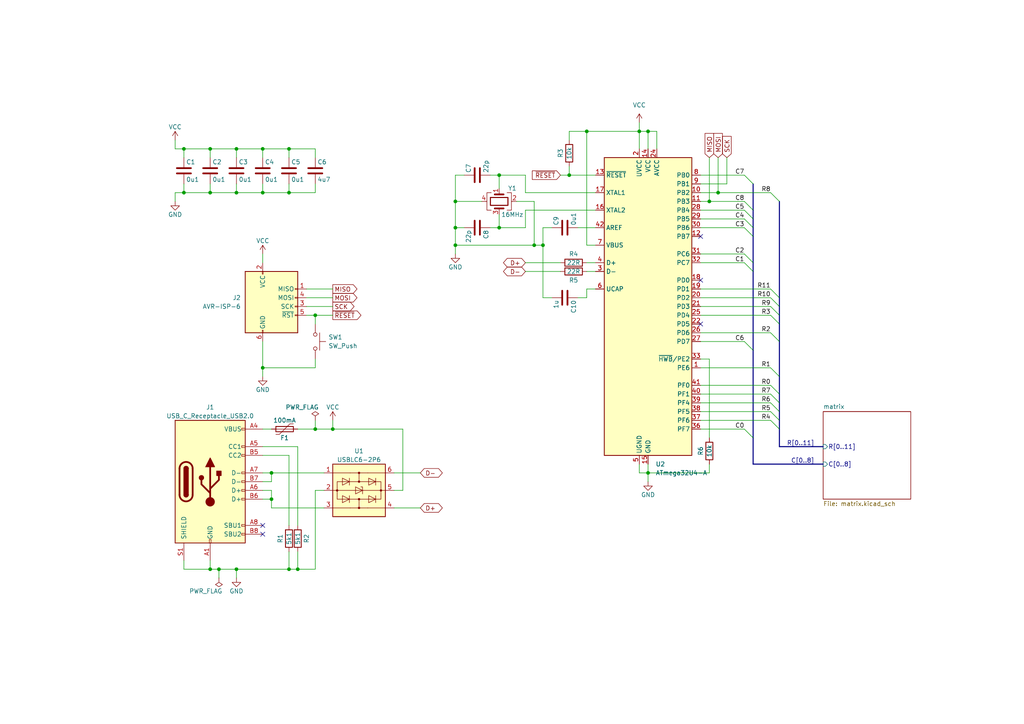
<source format=kicad_sch>
(kicad_sch (version 20230121) (generator eeschema)

  (uuid f7662faa-eb76-46e2-9d84-8d9f0637b094)

  (paper "A4")

  (title_block
    (title "Noxary 280 Hi-Tek/NMB Series 725 PCB")
    (date "2023-11-07")
    (rev "0")
    (company "Lucas Jansen")
  )

  (lib_symbols
    (symbol "Connector:AVR-ISP-6" (pin_names (offset 1.016)) (in_bom yes) (on_board yes)
      (property "Reference" "J" (at -6.35 11.43 0)
        (effects (font (size 1.27 1.27)) (justify left))
      )
      (property "Value" "AVR-ISP-6" (at 0 11.43 0)
        (effects (font (size 1.27 1.27)) (justify left))
      )
      (property "Footprint" "" (at -6.35 1.27 90)
        (effects (font (size 1.27 1.27)) hide)
      )
      (property "Datasheet" " ~" (at -32.385 -13.97 0)
        (effects (font (size 1.27 1.27)) hide)
      )
      (property "ki_keywords" "AVR ISP Connector" (at 0 0 0)
        (effects (font (size 1.27 1.27)) hide)
      )
      (property "ki_description" "Atmel 6-pin ISP connector" (at 0 0 0)
        (effects (font (size 1.27 1.27)) hide)
      )
      (property "ki_fp_filters" "IDC?Header*2x03* Pin?Header*2x03*" (at 0 0 0)
        (effects (font (size 1.27 1.27)) hide)
      )
      (symbol "AVR-ISP-6_0_1"
        (rectangle (start -2.667 -6.858) (end -2.413 -7.62)
          (stroke (width 0) (type default))
          (fill (type none))
        )
        (rectangle (start -2.667 10.16) (end -2.413 9.398)
          (stroke (width 0) (type default))
          (fill (type none))
        )
        (rectangle (start 7.62 -2.413) (end 6.858 -2.667)
          (stroke (width 0) (type default))
          (fill (type none))
        )
        (rectangle (start 7.62 0.127) (end 6.858 -0.127)
          (stroke (width 0) (type default))
          (fill (type none))
        )
        (rectangle (start 7.62 2.667) (end 6.858 2.413)
          (stroke (width 0) (type default))
          (fill (type none))
        )
        (rectangle (start 7.62 5.207) (end 6.858 4.953)
          (stroke (width 0) (type default))
          (fill (type none))
        )
        (rectangle (start 7.62 10.16) (end -7.62 -7.62)
          (stroke (width 0.254) (type default))
          (fill (type background))
        )
      )
      (symbol "AVR-ISP-6_1_1"
        (pin passive line (at 10.16 5.08 180) (length 2.54)
          (name "MISO" (effects (font (size 1.27 1.27))))
          (number "1" (effects (font (size 1.27 1.27))))
        )
        (pin passive line (at -2.54 12.7 270) (length 2.54)
          (name "VCC" (effects (font (size 1.27 1.27))))
          (number "2" (effects (font (size 1.27 1.27))))
        )
        (pin passive line (at 10.16 0 180) (length 2.54)
          (name "SCK" (effects (font (size 1.27 1.27))))
          (number "3" (effects (font (size 1.27 1.27))))
        )
        (pin passive line (at 10.16 2.54 180) (length 2.54)
          (name "MOSI" (effects (font (size 1.27 1.27))))
          (number "4" (effects (font (size 1.27 1.27))))
        )
        (pin passive line (at 10.16 -2.54 180) (length 2.54)
          (name "~{RST}" (effects (font (size 1.27 1.27))))
          (number "5" (effects (font (size 1.27 1.27))))
        )
        (pin passive line (at -2.54 -10.16 90) (length 2.54)
          (name "GND" (effects (font (size 1.27 1.27))))
          (number "6" (effects (font (size 1.27 1.27))))
        )
      )
    )
    (symbol "Connector:USB_C_Receptacle_USB2.0" (pin_names (offset 1.016)) (in_bom yes) (on_board yes)
      (property "Reference" "J" (at -10.16 19.05 0)
        (effects (font (size 1.27 1.27)) (justify left))
      )
      (property "Value" "USB_C_Receptacle_USB2.0" (at 19.05 19.05 0)
        (effects (font (size 1.27 1.27)) (justify right))
      )
      (property "Footprint" "" (at 3.81 0 0)
        (effects (font (size 1.27 1.27)) hide)
      )
      (property "Datasheet" "https://www.usb.org/sites/default/files/documents/usb_type-c.zip" (at 3.81 0 0)
        (effects (font (size 1.27 1.27)) hide)
      )
      (property "ki_keywords" "usb universal serial bus type-C USB2.0" (at 0 0 0)
        (effects (font (size 1.27 1.27)) hide)
      )
      (property "ki_description" "USB 2.0-only Type-C Receptacle connector" (at 0 0 0)
        (effects (font (size 1.27 1.27)) hide)
      )
      (property "ki_fp_filters" "USB*C*Receptacle*" (at 0 0 0)
        (effects (font (size 1.27 1.27)) hide)
      )
      (symbol "USB_C_Receptacle_USB2.0_0_0"
        (rectangle (start -0.254 -17.78) (end 0.254 -16.764)
          (stroke (width 0) (type default))
          (fill (type none))
        )
        (rectangle (start 10.16 -14.986) (end 9.144 -15.494)
          (stroke (width 0) (type default))
          (fill (type none))
        )
        (rectangle (start 10.16 -12.446) (end 9.144 -12.954)
          (stroke (width 0) (type default))
          (fill (type none))
        )
        (rectangle (start 10.16 -4.826) (end 9.144 -5.334)
          (stroke (width 0) (type default))
          (fill (type none))
        )
        (rectangle (start 10.16 -2.286) (end 9.144 -2.794)
          (stroke (width 0) (type default))
          (fill (type none))
        )
        (rectangle (start 10.16 0.254) (end 9.144 -0.254)
          (stroke (width 0) (type default))
          (fill (type none))
        )
        (rectangle (start 10.16 2.794) (end 9.144 2.286)
          (stroke (width 0) (type default))
          (fill (type none))
        )
        (rectangle (start 10.16 7.874) (end 9.144 7.366)
          (stroke (width 0) (type default))
          (fill (type none))
        )
        (rectangle (start 10.16 10.414) (end 9.144 9.906)
          (stroke (width 0) (type default))
          (fill (type none))
        )
        (rectangle (start 10.16 15.494) (end 9.144 14.986)
          (stroke (width 0) (type default))
          (fill (type none))
        )
      )
      (symbol "USB_C_Receptacle_USB2.0_0_1"
        (rectangle (start -10.16 17.78) (end 10.16 -17.78)
          (stroke (width 0.254) (type default))
          (fill (type background))
        )
        (arc (start -8.89 -3.81) (mid -6.985 -5.7067) (end -5.08 -3.81)
          (stroke (width 0.508) (type default))
          (fill (type none))
        )
        (arc (start -7.62 -3.81) (mid -6.985 -4.4423) (end -6.35 -3.81)
          (stroke (width 0.254) (type default))
          (fill (type none))
        )
        (arc (start -7.62 -3.81) (mid -6.985 -4.4423) (end -6.35 -3.81)
          (stroke (width 0.254) (type default))
          (fill (type outline))
        )
        (rectangle (start -7.62 -3.81) (end -6.35 3.81)
          (stroke (width 0.254) (type default))
          (fill (type outline))
        )
        (arc (start -6.35 3.81) (mid -6.985 4.4423) (end -7.62 3.81)
          (stroke (width 0.254) (type default))
          (fill (type none))
        )
        (arc (start -6.35 3.81) (mid -6.985 4.4423) (end -7.62 3.81)
          (stroke (width 0.254) (type default))
          (fill (type outline))
        )
        (arc (start -5.08 3.81) (mid -6.985 5.7067) (end -8.89 3.81)
          (stroke (width 0.508) (type default))
          (fill (type none))
        )
        (circle (center -2.54 1.143) (radius 0.635)
          (stroke (width 0.254) (type default))
          (fill (type outline))
        )
        (circle (center 0 -5.842) (radius 1.27)
          (stroke (width 0) (type default))
          (fill (type outline))
        )
        (polyline
          (pts
            (xy -8.89 -3.81)
            (xy -8.89 3.81)
          )
          (stroke (width 0.508) (type default))
          (fill (type none))
        )
        (polyline
          (pts
            (xy -5.08 3.81)
            (xy -5.08 -3.81)
          )
          (stroke (width 0.508) (type default))
          (fill (type none))
        )
        (polyline
          (pts
            (xy 0 -5.842)
            (xy 0 4.318)
          )
          (stroke (width 0.508) (type default))
          (fill (type none))
        )
        (polyline
          (pts
            (xy 0 -3.302)
            (xy -2.54 -0.762)
            (xy -2.54 0.508)
          )
          (stroke (width 0.508) (type default))
          (fill (type none))
        )
        (polyline
          (pts
            (xy 0 -2.032)
            (xy 2.54 0.508)
            (xy 2.54 1.778)
          )
          (stroke (width 0.508) (type default))
          (fill (type none))
        )
        (polyline
          (pts
            (xy -1.27 4.318)
            (xy 0 6.858)
            (xy 1.27 4.318)
            (xy -1.27 4.318)
          )
          (stroke (width 0.254) (type default))
          (fill (type outline))
        )
        (rectangle (start 1.905 1.778) (end 3.175 3.048)
          (stroke (width 0.254) (type default))
          (fill (type outline))
        )
      )
      (symbol "USB_C_Receptacle_USB2.0_1_1"
        (pin passive line (at 0 -22.86 90) (length 5.08)
          (name "GND" (effects (font (size 1.27 1.27))))
          (number "A1" (effects (font (size 1.27 1.27))))
        )
        (pin passive line (at 0 -22.86 90) (length 5.08) hide
          (name "GND" (effects (font (size 1.27 1.27))))
          (number "A12" (effects (font (size 1.27 1.27))))
        )
        (pin passive line (at 15.24 15.24 180) (length 5.08)
          (name "VBUS" (effects (font (size 1.27 1.27))))
          (number "A4" (effects (font (size 1.27 1.27))))
        )
        (pin bidirectional line (at 15.24 10.16 180) (length 5.08)
          (name "CC1" (effects (font (size 1.27 1.27))))
          (number "A5" (effects (font (size 1.27 1.27))))
        )
        (pin bidirectional line (at 15.24 -2.54 180) (length 5.08)
          (name "D+" (effects (font (size 1.27 1.27))))
          (number "A6" (effects (font (size 1.27 1.27))))
        )
        (pin bidirectional line (at 15.24 2.54 180) (length 5.08)
          (name "D-" (effects (font (size 1.27 1.27))))
          (number "A7" (effects (font (size 1.27 1.27))))
        )
        (pin bidirectional line (at 15.24 -12.7 180) (length 5.08)
          (name "SBU1" (effects (font (size 1.27 1.27))))
          (number "A8" (effects (font (size 1.27 1.27))))
        )
        (pin passive line (at 15.24 15.24 180) (length 5.08) hide
          (name "VBUS" (effects (font (size 1.27 1.27))))
          (number "A9" (effects (font (size 1.27 1.27))))
        )
        (pin passive line (at 0 -22.86 90) (length 5.08) hide
          (name "GND" (effects (font (size 1.27 1.27))))
          (number "B1" (effects (font (size 1.27 1.27))))
        )
        (pin passive line (at 0 -22.86 90) (length 5.08) hide
          (name "GND" (effects (font (size 1.27 1.27))))
          (number "B12" (effects (font (size 1.27 1.27))))
        )
        (pin passive line (at 15.24 15.24 180) (length 5.08) hide
          (name "VBUS" (effects (font (size 1.27 1.27))))
          (number "B4" (effects (font (size 1.27 1.27))))
        )
        (pin bidirectional line (at 15.24 7.62 180) (length 5.08)
          (name "CC2" (effects (font (size 1.27 1.27))))
          (number "B5" (effects (font (size 1.27 1.27))))
        )
        (pin bidirectional line (at 15.24 -5.08 180) (length 5.08)
          (name "D+" (effects (font (size 1.27 1.27))))
          (number "B6" (effects (font (size 1.27 1.27))))
        )
        (pin bidirectional line (at 15.24 0 180) (length 5.08)
          (name "D-" (effects (font (size 1.27 1.27))))
          (number "B7" (effects (font (size 1.27 1.27))))
        )
        (pin bidirectional line (at 15.24 -15.24 180) (length 5.08)
          (name "SBU2" (effects (font (size 1.27 1.27))))
          (number "B8" (effects (font (size 1.27 1.27))))
        )
        (pin passive line (at 15.24 15.24 180) (length 5.08) hide
          (name "VBUS" (effects (font (size 1.27 1.27))))
          (number "B9" (effects (font (size 1.27 1.27))))
        )
        (pin passive line (at -7.62 -22.86 90) (length 5.08)
          (name "SHIELD" (effects (font (size 1.27 1.27))))
          (number "S1" (effects (font (size 1.27 1.27))))
        )
      )
    )
    (symbol "Device:C" (pin_numbers hide) (pin_names (offset 0.254)) (in_bom yes) (on_board yes)
      (property "Reference" "C" (at 0.635 2.54 0)
        (effects (font (size 1.27 1.27)) (justify left))
      )
      (property "Value" "C" (at 0.635 -2.54 0)
        (effects (font (size 1.27 1.27)) (justify left))
      )
      (property "Footprint" "" (at 0.9652 -3.81 0)
        (effects (font (size 1.27 1.27)) hide)
      )
      (property "Datasheet" "~" (at 0 0 0)
        (effects (font (size 1.27 1.27)) hide)
      )
      (property "ki_keywords" "cap capacitor" (at 0 0 0)
        (effects (font (size 1.27 1.27)) hide)
      )
      (property "ki_description" "Unpolarized capacitor" (at 0 0 0)
        (effects (font (size 1.27 1.27)) hide)
      )
      (property "ki_fp_filters" "C_*" (at 0 0 0)
        (effects (font (size 1.27 1.27)) hide)
      )
      (symbol "C_0_1"
        (polyline
          (pts
            (xy -2.032 -0.762)
            (xy 2.032 -0.762)
          )
          (stroke (width 0.508) (type default))
          (fill (type none))
        )
        (polyline
          (pts
            (xy -2.032 0.762)
            (xy 2.032 0.762)
          )
          (stroke (width 0.508) (type default))
          (fill (type none))
        )
      )
      (symbol "C_1_1"
        (pin passive line (at 0 3.81 270) (length 2.794)
          (name "~" (effects (font (size 1.27 1.27))))
          (number "1" (effects (font (size 1.27 1.27))))
        )
        (pin passive line (at 0 -3.81 90) (length 2.794)
          (name "~" (effects (font (size 1.27 1.27))))
          (number "2" (effects (font (size 1.27 1.27))))
        )
      )
    )
    (symbol "Device:Crystal_GND24" (pin_names (offset 1.016) hide) (in_bom yes) (on_board yes)
      (property "Reference" "Y" (at 3.175 5.08 0)
        (effects (font (size 1.27 1.27)) (justify left))
      )
      (property "Value" "Crystal_GND24" (at 3.175 3.175 0)
        (effects (font (size 1.27 1.27)) (justify left))
      )
      (property "Footprint" "" (at 0 0 0)
        (effects (font (size 1.27 1.27)) hide)
      )
      (property "Datasheet" "~" (at 0 0 0)
        (effects (font (size 1.27 1.27)) hide)
      )
      (property "ki_keywords" "quartz ceramic resonator oscillator" (at 0 0 0)
        (effects (font (size 1.27 1.27)) hide)
      )
      (property "ki_description" "Four pin crystal, GND on pins 2 and 4" (at 0 0 0)
        (effects (font (size 1.27 1.27)) hide)
      )
      (property "ki_fp_filters" "Crystal*" (at 0 0 0)
        (effects (font (size 1.27 1.27)) hide)
      )
      (symbol "Crystal_GND24_0_1"
        (rectangle (start -1.143 2.54) (end 1.143 -2.54)
          (stroke (width 0.3048) (type default))
          (fill (type none))
        )
        (polyline
          (pts
            (xy -2.54 0)
            (xy -2.032 0)
          )
          (stroke (width 0) (type default))
          (fill (type none))
        )
        (polyline
          (pts
            (xy -2.032 -1.27)
            (xy -2.032 1.27)
          )
          (stroke (width 0.508) (type default))
          (fill (type none))
        )
        (polyline
          (pts
            (xy 0 -3.81)
            (xy 0 -3.556)
          )
          (stroke (width 0) (type default))
          (fill (type none))
        )
        (polyline
          (pts
            (xy 0 3.556)
            (xy 0 3.81)
          )
          (stroke (width 0) (type default))
          (fill (type none))
        )
        (polyline
          (pts
            (xy 2.032 -1.27)
            (xy 2.032 1.27)
          )
          (stroke (width 0.508) (type default))
          (fill (type none))
        )
        (polyline
          (pts
            (xy 2.032 0)
            (xy 2.54 0)
          )
          (stroke (width 0) (type default))
          (fill (type none))
        )
        (polyline
          (pts
            (xy -2.54 -2.286)
            (xy -2.54 -3.556)
            (xy 2.54 -3.556)
            (xy 2.54 -2.286)
          )
          (stroke (width 0) (type default))
          (fill (type none))
        )
        (polyline
          (pts
            (xy -2.54 2.286)
            (xy -2.54 3.556)
            (xy 2.54 3.556)
            (xy 2.54 2.286)
          )
          (stroke (width 0) (type default))
          (fill (type none))
        )
      )
      (symbol "Crystal_GND24_1_1"
        (pin passive line (at -3.81 0 0) (length 1.27)
          (name "1" (effects (font (size 1.27 1.27))))
          (number "1" (effects (font (size 1.27 1.27))))
        )
        (pin passive line (at 0 5.08 270) (length 1.27)
          (name "2" (effects (font (size 1.27 1.27))))
          (number "2" (effects (font (size 1.27 1.27))))
        )
        (pin passive line (at 3.81 0 180) (length 1.27)
          (name "3" (effects (font (size 1.27 1.27))))
          (number "3" (effects (font (size 1.27 1.27))))
        )
        (pin passive line (at 0 -5.08 90) (length 1.27)
          (name "4" (effects (font (size 1.27 1.27))))
          (number "4" (effects (font (size 1.27 1.27))))
        )
      )
    )
    (symbol "Device:Polyfuse" (pin_numbers hide) (pin_names (offset 0)) (in_bom yes) (on_board yes)
      (property "Reference" "F" (at -2.54 0 90)
        (effects (font (size 1.27 1.27)))
      )
      (property "Value" "Polyfuse" (at 2.54 0 90)
        (effects (font (size 1.27 1.27)))
      )
      (property "Footprint" "" (at 1.27 -5.08 0)
        (effects (font (size 1.27 1.27)) (justify left) hide)
      )
      (property "Datasheet" "~" (at 0 0 0)
        (effects (font (size 1.27 1.27)) hide)
      )
      (property "ki_keywords" "resettable fuse PTC PPTC polyfuse polyswitch" (at 0 0 0)
        (effects (font (size 1.27 1.27)) hide)
      )
      (property "ki_description" "Resettable fuse, polymeric positive temperature coefficient" (at 0 0 0)
        (effects (font (size 1.27 1.27)) hide)
      )
      (property "ki_fp_filters" "*polyfuse* *PTC*" (at 0 0 0)
        (effects (font (size 1.27 1.27)) hide)
      )
      (symbol "Polyfuse_0_1"
        (rectangle (start -0.762 2.54) (end 0.762 -2.54)
          (stroke (width 0.254) (type default))
          (fill (type none))
        )
        (polyline
          (pts
            (xy 0 2.54)
            (xy 0 -2.54)
          )
          (stroke (width 0) (type default))
          (fill (type none))
        )
        (polyline
          (pts
            (xy -1.524 2.54)
            (xy -1.524 1.524)
            (xy 1.524 -1.524)
            (xy 1.524 -2.54)
          )
          (stroke (width 0) (type default))
          (fill (type none))
        )
      )
      (symbol "Polyfuse_1_1"
        (pin passive line (at 0 3.81 270) (length 1.27)
          (name "~" (effects (font (size 1.27 1.27))))
          (number "1" (effects (font (size 1.27 1.27))))
        )
        (pin passive line (at 0 -3.81 90) (length 1.27)
          (name "~" (effects (font (size 1.27 1.27))))
          (number "2" (effects (font (size 1.27 1.27))))
        )
      )
    )
    (symbol "Device:R" (pin_numbers hide) (pin_names (offset 0)) (in_bom yes) (on_board yes)
      (property "Reference" "R" (at 2.032 0 90)
        (effects (font (size 1.27 1.27)))
      )
      (property "Value" "R" (at 0 0 90)
        (effects (font (size 1.27 1.27)))
      )
      (property "Footprint" "" (at -1.778 0 90)
        (effects (font (size 1.27 1.27)) hide)
      )
      (property "Datasheet" "~" (at 0 0 0)
        (effects (font (size 1.27 1.27)) hide)
      )
      (property "ki_keywords" "R res resistor" (at 0 0 0)
        (effects (font (size 1.27 1.27)) hide)
      )
      (property "ki_description" "Resistor" (at 0 0 0)
        (effects (font (size 1.27 1.27)) hide)
      )
      (property "ki_fp_filters" "R_*" (at 0 0 0)
        (effects (font (size 1.27 1.27)) hide)
      )
      (symbol "R_0_1"
        (rectangle (start -1.016 -2.54) (end 1.016 2.54)
          (stroke (width 0.254) (type default))
          (fill (type none))
        )
      )
      (symbol "R_1_1"
        (pin passive line (at 0 3.81 270) (length 1.27)
          (name "~" (effects (font (size 1.27 1.27))))
          (number "1" (effects (font (size 1.27 1.27))))
        )
        (pin passive line (at 0 -3.81 90) (length 1.27)
          (name "~" (effects (font (size 1.27 1.27))))
          (number "2" (effects (font (size 1.27 1.27))))
        )
      )
    )
    (symbol "MCU_Microchip_ATmega:ATmega32U4-A" (in_bom yes) (on_board yes)
      (property "Reference" "U" (at -12.7 44.45 0)
        (effects (font (size 1.27 1.27)) (justify left bottom))
      )
      (property "Value" "ATmega32U4-A" (at 2.54 -44.45 0)
        (effects (font (size 1.27 1.27)) (justify left top))
      )
      (property "Footprint" "Package_QFP:TQFP-44_10x10mm_P0.8mm" (at 0 0 0)
        (effects (font (size 1.27 1.27) italic) hide)
      )
      (property "Datasheet" "http://ww1.microchip.com/downloads/en/DeviceDoc/Atmel-7766-8-bit-AVR-ATmega16U4-32U4_Datasheet.pdf" (at 0 0 0)
        (effects (font (size 1.27 1.27)) hide)
      )
      (property "ki_keywords" "AVR 8bit Microcontroller MegaAVR USB" (at 0 0 0)
        (effects (font (size 1.27 1.27)) hide)
      )
      (property "ki_description" "16MHz, 32kB Flash, 2.5kB SRAM, 1kB EEPROM, USB 2.0, TQFP-44" (at 0 0 0)
        (effects (font (size 1.27 1.27)) hide)
      )
      (property "ki_fp_filters" "TQFP*10x10mm*P0.8mm*" (at 0 0 0)
        (effects (font (size 1.27 1.27)) hide)
      )
      (symbol "ATmega32U4-A_0_1"
        (rectangle (start -12.7 -43.18) (end 12.7 43.18)
          (stroke (width 0.254) (type default))
          (fill (type background))
        )
      )
      (symbol "ATmega32U4-A_1_1"
        (pin bidirectional line (at 15.24 -17.78 180) (length 2.54)
          (name "PE6" (effects (font (size 1.27 1.27))))
          (number "1" (effects (font (size 1.27 1.27))))
        )
        (pin bidirectional line (at 15.24 33.02 180) (length 2.54)
          (name "PB2" (effects (font (size 1.27 1.27))))
          (number "10" (effects (font (size 1.27 1.27))))
        )
        (pin bidirectional line (at 15.24 30.48 180) (length 2.54)
          (name "PB3" (effects (font (size 1.27 1.27))))
          (number "11" (effects (font (size 1.27 1.27))))
        )
        (pin bidirectional line (at 15.24 20.32 180) (length 2.54)
          (name "PB7" (effects (font (size 1.27 1.27))))
          (number "12" (effects (font (size 1.27 1.27))))
        )
        (pin input line (at -15.24 38.1 0) (length 2.54)
          (name "~{RESET}" (effects (font (size 1.27 1.27))))
          (number "13" (effects (font (size 1.27 1.27))))
        )
        (pin power_in line (at 0 45.72 270) (length 2.54)
          (name "VCC" (effects (font (size 1.27 1.27))))
          (number "14" (effects (font (size 1.27 1.27))))
        )
        (pin power_in line (at 0 -45.72 90) (length 2.54)
          (name "GND" (effects (font (size 1.27 1.27))))
          (number "15" (effects (font (size 1.27 1.27))))
        )
        (pin output line (at -15.24 27.94 0) (length 2.54)
          (name "XTAL2" (effects (font (size 1.27 1.27))))
          (number "16" (effects (font (size 1.27 1.27))))
        )
        (pin input line (at -15.24 33.02 0) (length 2.54)
          (name "XTAL1" (effects (font (size 1.27 1.27))))
          (number "17" (effects (font (size 1.27 1.27))))
        )
        (pin bidirectional line (at 15.24 7.62 180) (length 2.54)
          (name "PD0" (effects (font (size 1.27 1.27))))
          (number "18" (effects (font (size 1.27 1.27))))
        )
        (pin bidirectional line (at 15.24 5.08 180) (length 2.54)
          (name "PD1" (effects (font (size 1.27 1.27))))
          (number "19" (effects (font (size 1.27 1.27))))
        )
        (pin power_in line (at -2.54 45.72 270) (length 2.54)
          (name "UVCC" (effects (font (size 1.27 1.27))))
          (number "2" (effects (font (size 1.27 1.27))))
        )
        (pin bidirectional line (at 15.24 2.54 180) (length 2.54)
          (name "PD2" (effects (font (size 1.27 1.27))))
          (number "20" (effects (font (size 1.27 1.27))))
        )
        (pin bidirectional line (at 15.24 0 180) (length 2.54)
          (name "PD3" (effects (font (size 1.27 1.27))))
          (number "21" (effects (font (size 1.27 1.27))))
        )
        (pin bidirectional line (at 15.24 -5.08 180) (length 2.54)
          (name "PD5" (effects (font (size 1.27 1.27))))
          (number "22" (effects (font (size 1.27 1.27))))
        )
        (pin passive line (at 0 -45.72 90) (length 2.54) hide
          (name "GND" (effects (font (size 1.27 1.27))))
          (number "23" (effects (font (size 1.27 1.27))))
        )
        (pin power_in line (at 2.54 45.72 270) (length 2.54)
          (name "AVCC" (effects (font (size 1.27 1.27))))
          (number "24" (effects (font (size 1.27 1.27))))
        )
        (pin bidirectional line (at 15.24 -2.54 180) (length 2.54)
          (name "PD4" (effects (font (size 1.27 1.27))))
          (number "25" (effects (font (size 1.27 1.27))))
        )
        (pin bidirectional line (at 15.24 -7.62 180) (length 2.54)
          (name "PD6" (effects (font (size 1.27 1.27))))
          (number "26" (effects (font (size 1.27 1.27))))
        )
        (pin bidirectional line (at 15.24 -10.16 180) (length 2.54)
          (name "PD7" (effects (font (size 1.27 1.27))))
          (number "27" (effects (font (size 1.27 1.27))))
        )
        (pin bidirectional line (at 15.24 27.94 180) (length 2.54)
          (name "PB4" (effects (font (size 1.27 1.27))))
          (number "28" (effects (font (size 1.27 1.27))))
        )
        (pin bidirectional line (at 15.24 25.4 180) (length 2.54)
          (name "PB5" (effects (font (size 1.27 1.27))))
          (number "29" (effects (font (size 1.27 1.27))))
        )
        (pin bidirectional line (at -15.24 10.16 0) (length 2.54)
          (name "D-" (effects (font (size 1.27 1.27))))
          (number "3" (effects (font (size 1.27 1.27))))
        )
        (pin bidirectional line (at 15.24 22.86 180) (length 2.54)
          (name "PB6" (effects (font (size 1.27 1.27))))
          (number "30" (effects (font (size 1.27 1.27))))
        )
        (pin bidirectional line (at 15.24 15.24 180) (length 2.54)
          (name "PC6" (effects (font (size 1.27 1.27))))
          (number "31" (effects (font (size 1.27 1.27))))
        )
        (pin bidirectional line (at 15.24 12.7 180) (length 2.54)
          (name "PC7" (effects (font (size 1.27 1.27))))
          (number "32" (effects (font (size 1.27 1.27))))
        )
        (pin bidirectional line (at 15.24 -15.24 180) (length 2.54)
          (name "~{HWB}/PE2" (effects (font (size 1.27 1.27))))
          (number "33" (effects (font (size 1.27 1.27))))
        )
        (pin passive line (at 0 45.72 270) (length 2.54) hide
          (name "VCC" (effects (font (size 1.27 1.27))))
          (number "34" (effects (font (size 1.27 1.27))))
        )
        (pin passive line (at 0 -45.72 90) (length 2.54) hide
          (name "GND" (effects (font (size 1.27 1.27))))
          (number "35" (effects (font (size 1.27 1.27))))
        )
        (pin bidirectional line (at 15.24 -35.56 180) (length 2.54)
          (name "PF7" (effects (font (size 1.27 1.27))))
          (number "36" (effects (font (size 1.27 1.27))))
        )
        (pin bidirectional line (at 15.24 -33.02 180) (length 2.54)
          (name "PF6" (effects (font (size 1.27 1.27))))
          (number "37" (effects (font (size 1.27 1.27))))
        )
        (pin bidirectional line (at 15.24 -30.48 180) (length 2.54)
          (name "PF5" (effects (font (size 1.27 1.27))))
          (number "38" (effects (font (size 1.27 1.27))))
        )
        (pin bidirectional line (at 15.24 -27.94 180) (length 2.54)
          (name "PF4" (effects (font (size 1.27 1.27))))
          (number "39" (effects (font (size 1.27 1.27))))
        )
        (pin bidirectional line (at -15.24 12.7 0) (length 2.54)
          (name "D+" (effects (font (size 1.27 1.27))))
          (number "4" (effects (font (size 1.27 1.27))))
        )
        (pin bidirectional line (at 15.24 -25.4 180) (length 2.54)
          (name "PF1" (effects (font (size 1.27 1.27))))
          (number "40" (effects (font (size 1.27 1.27))))
        )
        (pin bidirectional line (at 15.24 -22.86 180) (length 2.54)
          (name "PF0" (effects (font (size 1.27 1.27))))
          (number "41" (effects (font (size 1.27 1.27))))
        )
        (pin passive line (at -15.24 22.86 0) (length 2.54)
          (name "AREF" (effects (font (size 1.27 1.27))))
          (number "42" (effects (font (size 1.27 1.27))))
        )
        (pin passive line (at 0 -45.72 90) (length 2.54) hide
          (name "GND" (effects (font (size 1.27 1.27))))
          (number "43" (effects (font (size 1.27 1.27))))
        )
        (pin passive line (at 2.54 45.72 270) (length 2.54) hide
          (name "AVCC" (effects (font (size 1.27 1.27))))
          (number "44" (effects (font (size 1.27 1.27))))
        )
        (pin passive line (at -2.54 -45.72 90) (length 2.54)
          (name "UGND" (effects (font (size 1.27 1.27))))
          (number "5" (effects (font (size 1.27 1.27))))
        )
        (pin passive line (at -15.24 5.08 0) (length 2.54)
          (name "UCAP" (effects (font (size 1.27 1.27))))
          (number "6" (effects (font (size 1.27 1.27))))
        )
        (pin input line (at -15.24 17.78 0) (length 2.54)
          (name "VBUS" (effects (font (size 1.27 1.27))))
          (number "7" (effects (font (size 1.27 1.27))))
        )
        (pin bidirectional line (at 15.24 38.1 180) (length 2.54)
          (name "PB0" (effects (font (size 1.27 1.27))))
          (number "8" (effects (font (size 1.27 1.27))))
        )
        (pin bidirectional line (at 15.24 35.56 180) (length 2.54)
          (name "PB1" (effects (font (size 1.27 1.27))))
          (number "9" (effects (font (size 1.27 1.27))))
        )
      )
    )
    (symbol "Power_Protection:USBLC6-2P6" (pin_names hide) (in_bom yes) (on_board yes)
      (property "Reference" "U1" (at -6.9281 15.24 90)
        (effects (font (size 1.27 1.27)))
      )
      (property "Value" "USBLC6-2P6" (at -4.3881 15.24 90)
        (effects (font (size 1.27 1.27)))
      )
      (property "Footprint" "Package_TO_SOT_SMD:SOT-666" (at 0 -12.7 0)
        (effects (font (size 1.27 1.27)) hide)
      )
      (property "Datasheet" "https://www.st.com/resource/en/datasheet/usblc6-2.pdf" (at 5.08 8.89 0)
        (effects (font (size 1.27 1.27)) hide)
      )
      (property "ki_keywords" "usb ethernet video" (at 0 0 0)
        (effects (font (size 1.27 1.27)) hide)
      )
      (property "ki_description" "Very low capacitance ESD protection diode, 2 data-line, SOT-666" (at 0 0 0)
        (effects (font (size 1.27 1.27)) hide)
      )
      (property "ki_fp_filters" "SOT?666*" (at 0 0 0)
        (effects (font (size 1.27 1.27)) hide)
      )
      (symbol "USBLC6-2P6_0_1"
        (rectangle (start -7.62 7.62) (end 7.62 -7.62)
          (stroke (width 0.254) (type default))
          (fill (type background))
        )
        (circle (center -5.08 0) (radius 0.254)
          (stroke (width 0) (type default))
          (fill (type outline))
        )
        (circle (center -2.54 0) (radius 0.254)
          (stroke (width 0) (type default))
          (fill (type outline))
        )
        (rectangle (start -2.54 6.35) (end 2.54 -6.35)
          (stroke (width 0) (type default))
          (fill (type none))
        )
        (circle (center 0 -6.35) (radius 0.254)
          (stroke (width 0) (type default))
          (fill (type outline))
        )
        (polyline
          (pts
            (xy -5.08 -2.54)
            (xy -5.08 -7.62)
          )
          (stroke (width 0) (type default))
          (fill (type none))
        )
        (polyline
          (pts
            (xy -5.08 0)
            (xy -5.08 -2.54)
          )
          (stroke (width 0) (type default))
          (fill (type none))
        )
        (polyline
          (pts
            (xy -5.08 2.54)
            (xy -5.08 7.62)
          )
          (stroke (width 0) (type default))
          (fill (type none))
        )
        (polyline
          (pts
            (xy -1.524 -2.794)
            (xy -3.556 -2.794)
          )
          (stroke (width 0) (type default))
          (fill (type none))
        )
        (polyline
          (pts
            (xy -1.524 4.826)
            (xy -3.556 4.826)
          )
          (stroke (width 0) (type default))
          (fill (type none))
        )
        (polyline
          (pts
            (xy 0 -7.62)
            (xy 0 -6.35)
          )
          (stroke (width 0) (type default))
          (fill (type none))
        )
        (polyline
          (pts
            (xy 0 -6.35)
            (xy 0 1.27)
          )
          (stroke (width 0) (type default))
          (fill (type none))
        )
        (polyline
          (pts
            (xy 0 1.27)
            (xy 0 6.35)
          )
          (stroke (width 0) (type default))
          (fill (type none))
        )
        (polyline
          (pts
            (xy 0 6.35)
            (xy 0 7.62)
          )
          (stroke (width 0) (type default))
          (fill (type none))
        )
        (polyline
          (pts
            (xy 1.524 -2.794)
            (xy 3.556 -2.794)
          )
          (stroke (width 0) (type default))
          (fill (type none))
        )
        (polyline
          (pts
            (xy 1.524 4.826)
            (xy 3.556 4.826)
          )
          (stroke (width 0) (type default))
          (fill (type none))
        )
        (polyline
          (pts
            (xy 5.08 -2.54)
            (xy 5.08 -7.62)
          )
          (stroke (width 0) (type default))
          (fill (type none))
        )
        (polyline
          (pts
            (xy 5.08 0)
            (xy 5.08 -2.54)
          )
          (stroke (width 0) (type default))
          (fill (type none))
        )
        (polyline
          (pts
            (xy 5.08 2.54)
            (xy 5.08 7.62)
          )
          (stroke (width 0) (type default))
          (fill (type none))
        )
        (polyline
          (pts
            (xy -2.54 0)
            (xy -5.08 0)
            (xy -5.08 2.54)
          )
          (stroke (width 0) (type default))
          (fill (type none))
        )
        (polyline
          (pts
            (xy 2.54 0)
            (xy 5.08 0)
            (xy 5.08 2.54)
          )
          (stroke (width 0) (type default))
          (fill (type none))
        )
        (polyline
          (pts
            (xy -3.556 -4.826)
            (xy -1.524 -4.826)
            (xy -2.54 -2.794)
            (xy -3.556 -4.826)
          )
          (stroke (width 0) (type default))
          (fill (type none))
        )
        (polyline
          (pts
            (xy -3.556 2.794)
            (xy -1.524 2.794)
            (xy -2.54 4.826)
            (xy -3.556 2.794)
          )
          (stroke (width 0) (type default))
          (fill (type none))
        )
        (polyline
          (pts
            (xy -1.016 -1.016)
            (xy 1.016 -1.016)
            (xy 0 1.016)
            (xy -1.016 -1.016)
          )
          (stroke (width 0) (type default))
          (fill (type none))
        )
        (polyline
          (pts
            (xy 1.016 1.016)
            (xy 0.762 1.016)
            (xy -1.016 1.016)
            (xy -1.016 0.508)
          )
          (stroke (width 0) (type default))
          (fill (type none))
        )
        (polyline
          (pts
            (xy 3.556 -4.826)
            (xy 1.524 -4.826)
            (xy 2.54 -2.794)
            (xy 3.556 -4.826)
          )
          (stroke (width 0) (type default))
          (fill (type none))
        )
        (polyline
          (pts
            (xy 3.556 2.794)
            (xy 1.524 2.794)
            (xy 2.54 4.826)
            (xy 3.556 2.794)
          )
          (stroke (width 0) (type default))
          (fill (type none))
        )
        (circle (center 0 6.35) (radius 0.254)
          (stroke (width 0) (type default))
          (fill (type outline))
        )
        (circle (center 2.54 0) (radius 0.254)
          (stroke (width 0) (type default))
          (fill (type outline))
        )
        (circle (center 5.08 0) (radius 0.254)
          (stroke (width 0) (type default))
          (fill (type outline))
        )
      )
      (symbol "USBLC6-2P6_1_1"
        (pin passive line (at -5.08 -10.16 90) (length 2.54)
          (name "I/O1" (effects (font (size 1.27 1.27))))
          (number "1" (effects (font (size 1.27 1.27))))
        )
        (pin passive line (at 0 -10.16 90) (length 2.54)
          (name "GND" (effects (font (size 1.27 1.27))))
          (number "2" (effects (font (size 1.27 1.27))))
        )
        (pin passive line (at 5.08 -10.16 90) (length 2.54)
          (name "I/O2" (effects (font (size 1.27 1.27))))
          (number "3" (effects (font (size 1.27 1.27))))
        )
        (pin passive line (at 5.08 10.16 270) (length 2.54)
          (name "I/O2" (effects (font (size 1.27 1.27))))
          (number "4" (effects (font (size 1.27 1.27))))
        )
        (pin passive line (at 0 10.16 270) (length 2.54)
          (name "VBUS" (effects (font (size 1.27 1.27))))
          (number "5" (effects (font (size 1.27 1.27))))
        )
        (pin passive line (at -5.08 10.16 270) (length 2.54)
          (name "I/O1" (effects (font (size 1.27 1.27))))
          (number "6" (effects (font (size 1.27 1.27))))
        )
      )
    )
    (symbol "Switch:SW_Push" (pin_numbers hide) (pin_names (offset 1.016) hide) (in_bom yes) (on_board yes)
      (property "Reference" "SW" (at 1.27 2.54 0)
        (effects (font (size 1.27 1.27)) (justify left))
      )
      (property "Value" "SW_Push" (at 0 -1.524 0)
        (effects (font (size 1.27 1.27)))
      )
      (property "Footprint" "" (at 0 5.08 0)
        (effects (font (size 1.27 1.27)) hide)
      )
      (property "Datasheet" "~" (at 0 5.08 0)
        (effects (font (size 1.27 1.27)) hide)
      )
      (property "ki_keywords" "switch normally-open pushbutton push-button" (at 0 0 0)
        (effects (font (size 1.27 1.27)) hide)
      )
      (property "ki_description" "Push button switch, generic, two pins" (at 0 0 0)
        (effects (font (size 1.27 1.27)) hide)
      )
      (symbol "SW_Push_0_1"
        (circle (center -2.032 0) (radius 0.508)
          (stroke (width 0) (type default))
          (fill (type none))
        )
        (polyline
          (pts
            (xy 0 1.27)
            (xy 0 3.048)
          )
          (stroke (width 0) (type default))
          (fill (type none))
        )
        (polyline
          (pts
            (xy 2.54 1.27)
            (xy -2.54 1.27)
          )
          (stroke (width 0) (type default))
          (fill (type none))
        )
        (circle (center 2.032 0) (radius 0.508)
          (stroke (width 0) (type default))
          (fill (type none))
        )
        (pin passive line (at -5.08 0 0) (length 2.54)
          (name "1" (effects (font (size 1.27 1.27))))
          (number "1" (effects (font (size 1.27 1.27))))
        )
        (pin passive line (at 5.08 0 180) (length 2.54)
          (name "2" (effects (font (size 1.27 1.27))))
          (number "2" (effects (font (size 1.27 1.27))))
        )
      )
    )
    (symbol "power:GND" (power) (pin_names (offset 0)) (in_bom yes) (on_board yes)
      (property "Reference" "#PWR" (at 0 -6.35 0)
        (effects (font (size 1.27 1.27)) hide)
      )
      (property "Value" "GND" (at 0 -3.81 0)
        (effects (font (size 1.27 1.27)))
      )
      (property "Footprint" "" (at 0 0 0)
        (effects (font (size 1.27 1.27)) hide)
      )
      (property "Datasheet" "" (at 0 0 0)
        (effects (font (size 1.27 1.27)) hide)
      )
      (property "ki_keywords" "global power" (at 0 0 0)
        (effects (font (size 1.27 1.27)) hide)
      )
      (property "ki_description" "Power symbol creates a global label with name \"GND\" , ground" (at 0 0 0)
        (effects (font (size 1.27 1.27)) hide)
      )
      (symbol "GND_0_1"
        (polyline
          (pts
            (xy 0 0)
            (xy 0 -1.27)
            (xy 1.27 -1.27)
            (xy 0 -2.54)
            (xy -1.27 -1.27)
            (xy 0 -1.27)
          )
          (stroke (width 0) (type default))
          (fill (type none))
        )
      )
      (symbol "GND_1_1"
        (pin power_in line (at 0 0 270) (length 0) hide
          (name "GND" (effects (font (size 1.27 1.27))))
          (number "1" (effects (font (size 1.27 1.27))))
        )
      )
    )
    (symbol "power:PWR_FLAG" (power) (pin_numbers hide) (pin_names (offset 0) hide) (in_bom yes) (on_board yes)
      (property "Reference" "#FLG" (at 0 1.905 0)
        (effects (font (size 1.27 1.27)) hide)
      )
      (property "Value" "PWR_FLAG" (at 0 3.81 0)
        (effects (font (size 1.27 1.27)))
      )
      (property "Footprint" "" (at 0 0 0)
        (effects (font (size 1.27 1.27)) hide)
      )
      (property "Datasheet" "~" (at 0 0 0)
        (effects (font (size 1.27 1.27)) hide)
      )
      (property "ki_keywords" "flag power" (at 0 0 0)
        (effects (font (size 1.27 1.27)) hide)
      )
      (property "ki_description" "Special symbol for telling ERC where power comes from" (at 0 0 0)
        (effects (font (size 1.27 1.27)) hide)
      )
      (symbol "PWR_FLAG_0_0"
        (pin power_out line (at 0 0 90) (length 0)
          (name "pwr" (effects (font (size 1.27 1.27))))
          (number "1" (effects (font (size 1.27 1.27))))
        )
      )
      (symbol "PWR_FLAG_0_1"
        (polyline
          (pts
            (xy 0 0)
            (xy 0 1.27)
            (xy -1.016 1.905)
            (xy 0 2.54)
            (xy 1.016 1.905)
            (xy 0 1.27)
          )
          (stroke (width 0) (type default))
          (fill (type none))
        )
      )
    )
    (symbol "power:VCC" (power) (pin_names (offset 0)) (in_bom yes) (on_board yes)
      (property "Reference" "#PWR" (at 0 -3.81 0)
        (effects (font (size 1.27 1.27)) hide)
      )
      (property "Value" "VCC" (at 0 3.81 0)
        (effects (font (size 1.27 1.27)))
      )
      (property "Footprint" "" (at 0 0 0)
        (effects (font (size 1.27 1.27)) hide)
      )
      (property "Datasheet" "" (at 0 0 0)
        (effects (font (size 1.27 1.27)) hide)
      )
      (property "ki_keywords" "global power" (at 0 0 0)
        (effects (font (size 1.27 1.27)) hide)
      )
      (property "ki_description" "Power symbol creates a global label with name \"VCC\"" (at 0 0 0)
        (effects (font (size 1.27 1.27)) hide)
      )
      (symbol "VCC_0_1"
        (polyline
          (pts
            (xy -0.762 1.27)
            (xy 0 2.54)
          )
          (stroke (width 0) (type default))
          (fill (type none))
        )
        (polyline
          (pts
            (xy 0 0)
            (xy 0 2.54)
          )
          (stroke (width 0) (type default))
          (fill (type none))
        )
        (polyline
          (pts
            (xy 0 2.54)
            (xy 0.762 1.27)
          )
          (stroke (width 0) (type default))
          (fill (type none))
        )
      )
      (symbol "VCC_1_1"
        (pin power_in line (at 0 0 90) (length 0) hide
          (name "VCC" (effects (font (size 1.27 1.27))))
          (number "1" (effects (font (size 1.27 1.27))))
        )
      )
    )
  )

  (junction (at 76.2 55.88) (diameter 0) (color 0 0 0 0)
    (uuid 00193453-9b60-4fb3-bf15-5c2bbf09a8ce)
  )
  (junction (at 187.96 38.1) (diameter 0) (color 0 0 0 0)
    (uuid 0c69002f-7d5b-470f-997f-2fdc5543574b)
  )
  (junction (at 157.48 71.12) (diameter 0) (color 0 0 0 0)
    (uuid 2e355934-7493-4e76-8c4b-4e207b6a357f)
  )
  (junction (at 60.96 165.1) (diameter 0) (color 0 0 0 0)
    (uuid 3067b231-84fc-4668-9e60-0c23290238b0)
  )
  (junction (at 165.1 50.8) (diameter 0) (color 0 0 0 0)
    (uuid 32064253-2276-487b-9aa5-a10a7c532cbc)
  )
  (junction (at 60.96 43.18) (diameter 0) (color 0 0 0 0)
    (uuid 36753024-d67f-4dd5-8281-55ba1ee7b8a8)
  )
  (junction (at 144.78 50.8) (diameter 0) (color 0 0 0 0)
    (uuid 41fbfd53-998a-4cc1-abe2-be9dd016b9db)
  )
  (junction (at 132.08 66.04) (diameter 0) (color 0 0 0 0)
    (uuid 430f8ae9-bb3c-44f7-b62c-3a2dc55b3077)
  )
  (junction (at 68.58 165.1) (diameter 0) (color 0 0 0 0)
    (uuid 5057c0bb-14ac-4dfb-80cd-ba55daebfc70)
  )
  (junction (at 63.5 165.1) (diameter 0) (color 0 0 0 0)
    (uuid 655eb65f-8e94-4e75-b6c8-74a2125f3883)
  )
  (junction (at 53.34 55.88) (diameter 0) (color 0 0 0 0)
    (uuid 664132ae-6231-42a6-908a-090fdd3b0f12)
  )
  (junction (at 76.2 43.18) (diameter 0) (color 0 0 0 0)
    (uuid 76effc73-b39b-461a-a9c3-4936c86117d0)
  )
  (junction (at 76.2 106.68) (diameter 0) (color 0 0 0 0)
    (uuid 78209c39-ed77-46f3-b0f4-337a1bde8543)
  )
  (junction (at 78.74 137.16) (diameter 0) (color 0 0 0 0)
    (uuid 7d3531f9-d203-47db-80b4-38a08631e71f)
  )
  (junction (at 86.36 165.1) (diameter 0) (color 0 0 0 0)
    (uuid 85121241-c3a3-4c9a-8c5d-6de713004e38)
  )
  (junction (at 83.82 55.88) (diameter 0) (color 0 0 0 0)
    (uuid 85ba64fb-813f-4f67-ab0c-bec7fe4ae455)
  )
  (junction (at 187.96 137.16) (diameter 0) (color 0 0 0 0)
    (uuid 890854e4-f33f-427a-a860-a2e8e71e4e4f)
  )
  (junction (at 68.58 43.18) (diameter 0) (color 0 0 0 0)
    (uuid 8d610177-2a37-415d-9f2f-7f2557a7d5ce)
  )
  (junction (at 91.44 124.46) (diameter 0) (color 0 0 0 0)
    (uuid a1d8a1e0-8f40-4067-9bbf-55d7fb03a912)
  )
  (junction (at 91.44 91.44) (diameter 0) (color 0 0 0 0)
    (uuid a28c0671-55cb-4744-a12f-6bc6aa8f6458)
  )
  (junction (at 154.94 71.12) (diameter 0) (color 0 0 0 0)
    (uuid a46810d8-0e20-4b62-b28f-42a32bdd2d16)
  )
  (junction (at 78.74 144.78) (diameter 0) (color 0 0 0 0)
    (uuid ac17ced8-2858-443a-a689-1d4210b998e5)
  )
  (junction (at 208.28 55.88) (diameter 0) (color 0 0 0 0)
    (uuid adad2a6a-3719-4676-9db7-135b5ebff70b)
  )
  (junction (at 132.08 58.42) (diameter 0) (color 0 0 0 0)
    (uuid bbebc673-5370-4bf7-8164-5d7e7abafa2f)
  )
  (junction (at 144.78 66.04) (diameter 0) (color 0 0 0 0)
    (uuid c6beaf06-f324-4771-b37c-a06a906dfc8a)
  )
  (junction (at 185.42 38.1) (diameter 0) (color 0 0 0 0)
    (uuid cadd1ac0-1648-4c15-a780-5259ad5743b5)
  )
  (junction (at 132.08 71.12) (diameter 0) (color 0 0 0 0)
    (uuid cdfc12bc-e04a-49c2-b28b-cd0862d1e3e0)
  )
  (junction (at 68.58 55.88) (diameter 0) (color 0 0 0 0)
    (uuid d14ac6be-01c3-41bf-b961-ffb396cf886f)
  )
  (junction (at 83.82 165.1) (diameter 0) (color 0 0 0 0)
    (uuid d40bd4a7-61eb-4475-9608-8a8c1e5876f2)
  )
  (junction (at 83.82 43.18) (diameter 0) (color 0 0 0 0)
    (uuid dc3a3c41-3fdd-4cfa-a464-251846504df0)
  )
  (junction (at 170.18 38.1) (diameter 0) (color 0 0 0 0)
    (uuid dcf02457-8673-4ff5-8591-a7a68733d618)
  )
  (junction (at 60.96 55.88) (diameter 0) (color 0 0 0 0)
    (uuid e3bb4073-44a6-4439-8342-4d20450ec5e8)
  )
  (junction (at 96.52 124.46) (diameter 0) (color 0 0 0 0)
    (uuid e3c07954-ef9e-4d3a-ba85-e4d5ac105ef0)
  )
  (junction (at 53.34 43.18) (diameter 0) (color 0 0 0 0)
    (uuid e6b94917-d2fa-4c7b-96e6-2d80d1f3e163)
  )
  (junction (at 205.74 58.42) (diameter 0) (color 0 0 0 0)
    (uuid fc35dbbd-9d39-4a10-a163-f599d3a65ed5)
  )

  (no_connect (at 203.2 81.28) (uuid 2943a32a-8074-4dee-afb1-3d88acd2d7be))
  (no_connect (at 203.2 93.98) (uuid 31cbdbc1-dd66-411e-8a84-0690d4ce4695))
  (no_connect (at 203.2 68.58) (uuid 4fb2a126-d760-4f08-be98-503eb2d927ed))
  (no_connect (at 76.2 154.94) (uuid c8935ee7-d51b-420a-b0f4-d8457dc32a2b))
  (no_connect (at 76.2 152.4) (uuid f27782fd-23e8-4e97-b371-d2a87285e6a6))

  (bus_entry (at 215.9 99.06) (size 2.54 2.54)
    (stroke (width 0) (type default))
    (uuid 1a3dc60e-df88-4aca-b047-6f09666695f8)
  )
  (bus_entry (at 215.9 58.42) (size 2.54 2.54)
    (stroke (width 0) (type default))
    (uuid 2ace1524-22ea-408b-8472-376057ee81d1)
  )
  (bus_entry (at 215.9 76.2) (size 2.54 2.54)
    (stroke (width 0) (type default))
    (uuid 3ae55736-c1cd-41ec-99ef-23e35f5aa0cf)
  )
  (bus_entry (at 223.52 88.9) (size 2.54 2.54)
    (stroke (width 0) (type default))
    (uuid 58d139ba-e39e-409a-90d2-5f4bcb76ea4a)
  )
  (bus_entry (at 223.52 116.84) (size 2.54 2.54)
    (stroke (width 0) (type default))
    (uuid 5b115041-ba25-461d-8290-1047e9cea277)
  )
  (bus_entry (at 223.52 121.92) (size 2.54 2.54)
    (stroke (width 0) (type default))
    (uuid 5c67a577-d236-4c92-b9dd-8a6427debde0)
  )
  (bus_entry (at 223.52 55.88) (size 2.54 2.54)
    (stroke (width 0) (type default))
    (uuid 5c6fc8d0-6367-4af3-b41a-bba5235815de)
  )
  (bus_entry (at 215.9 73.66) (size 2.54 2.54)
    (stroke (width 0) (type default))
    (uuid 647ddfe4-7345-44c4-9a29-bc817e70c81f)
  )
  (bus_entry (at 215.9 124.46) (size 2.54 2.54)
    (stroke (width 0) (type default))
    (uuid 6d5934c7-31aa-4663-9d0f-d430987fe6d0)
  )
  (bus_entry (at 223.52 106.68) (size 2.54 2.54)
    (stroke (width 0) (type default))
    (uuid 8c7e7b93-7309-4f3f-ab42-7abe0ec95203)
  )
  (bus_entry (at 223.52 111.76) (size 2.54 2.54)
    (stroke (width 0) (type default))
    (uuid 8cf329bb-2e2d-488e-a554-75466ff38818)
  )
  (bus_entry (at 223.52 86.36) (size 2.54 2.54)
    (stroke (width 0) (type default))
    (uuid a799ed3f-f090-44df-909b-e7a42ddae43b)
  )
  (bus_entry (at 223.52 91.44) (size 2.54 2.54)
    (stroke (width 0) (type default))
    (uuid b276d058-89fe-4cf1-a09f-82a75c91a185)
  )
  (bus_entry (at 223.52 114.3) (size 2.54 2.54)
    (stroke (width 0) (type default))
    (uuid b807e602-24cb-4da5-9123-f29ddc78954e)
  )
  (bus_entry (at 215.9 63.5) (size 2.54 2.54)
    (stroke (width 0) (type default))
    (uuid bc22b08e-5366-4194-9362-0866b3ff70ca)
  )
  (bus_entry (at 223.52 96.52) (size 2.54 2.54)
    (stroke (width 0) (type default))
    (uuid c7d94939-587d-4a1b-81b3-113926b3dd11)
  )
  (bus_entry (at 223.52 83.82) (size 2.54 2.54)
    (stroke (width 0) (type default))
    (uuid cbd852ef-5276-4c39-ba73-a4be7cb7d18e)
  )
  (bus_entry (at 223.52 119.38) (size 2.54 2.54)
    (stroke (width 0) (type default))
    (uuid df33cfd6-b5a1-4fc4-8581-47f2ce9ca8f0)
  )
  (bus_entry (at 215.9 66.04) (size 2.54 2.54)
    (stroke (width 0) (type default))
    (uuid e4b71e51-8609-458f-a89a-cad2ee2df078)
  )
  (bus_entry (at 215.9 60.96) (size 2.54 2.54)
    (stroke (width 0) (type default))
    (uuid e5335840-c552-4abb-8d5b-78c0b37ea24d)
  )
  (bus_entry (at 215.9 50.8) (size 2.54 2.54)
    (stroke (width 0) (type default))
    (uuid ff368424-5713-41a6-abff-91616fdaf7ce)
  )

  (wire (pts (xy 50.8 43.18) (xy 53.34 43.18))
    (stroke (width 0) (type default))
    (uuid 0212114c-8d8e-4f99-b2cf-48ebbf64adbb)
  )
  (bus (pts (xy 226.06 124.46) (xy 226.06 129.54))
    (stroke (width 0) (type default))
    (uuid 06aaa963-3b3b-4513-9a4c-c1e739417135)
  )

  (wire (pts (xy 83.82 43.18) (xy 91.44 43.18))
    (stroke (width 0) (type default))
    (uuid 06c3323b-9685-474b-be02-41e972a22bbc)
  )
  (wire (pts (xy 68.58 55.88) (xy 76.2 55.88))
    (stroke (width 0) (type default))
    (uuid 08031fa1-5ae0-4f3c-b2d2-47354587fa64)
  )
  (wire (pts (xy 114.3 142.24) (xy 116.84 142.24))
    (stroke (width 0) (type default))
    (uuid 09bc33ff-1b6c-4d87-be42-c37198033040)
  )
  (wire (pts (xy 86.36 165.1) (xy 83.82 165.1))
    (stroke (width 0) (type default))
    (uuid 0ad768a0-2d16-4649-b26d-31fa2bb5e4c0)
  )
  (wire (pts (xy 144.78 66.04) (xy 152.4 66.04))
    (stroke (width 0) (type default))
    (uuid 0b782ee6-d40a-4137-8099-947b136499e0)
  )
  (wire (pts (xy 203.2 99.06) (xy 215.9 99.06))
    (stroke (width 0) (type default))
    (uuid 0c5e5c57-78d4-4584-9bd0-5bbede60ebca)
  )
  (wire (pts (xy 50.8 55.88) (xy 53.34 55.88))
    (stroke (width 0) (type default))
    (uuid 0c715a2f-1808-4ee9-a13b-7c0f5ea78a1c)
  )
  (wire (pts (xy 116.84 124.46) (xy 96.52 124.46))
    (stroke (width 0) (type default))
    (uuid 0d02f40c-e6fe-40dc-ba6b-2b24edb6d238)
  )
  (wire (pts (xy 78.74 144.78) (xy 76.2 144.78))
    (stroke (width 0) (type default))
    (uuid 0daa2199-32f1-4188-8240-e6fc22755594)
  )
  (wire (pts (xy 114.3 137.16) (xy 121.92 137.16))
    (stroke (width 0) (type default))
    (uuid 0df1e802-e916-4dda-ae2c-fcb12b13ab91)
  )
  (wire (pts (xy 203.2 114.3) (xy 223.52 114.3))
    (stroke (width 0) (type default))
    (uuid 0e1e9887-738c-4dcc-b433-ceb59037c2cc)
  )
  (wire (pts (xy 86.36 129.54) (xy 86.36 152.4))
    (stroke (width 0) (type default))
    (uuid 10652e26-f6c0-41d4-b183-82d633eee38f)
  )
  (wire (pts (xy 152.4 76.2) (xy 162.56 76.2))
    (stroke (width 0) (type default))
    (uuid 1166a467-2b2a-4c7d-83f9-f81b2ed28ef3)
  )
  (wire (pts (xy 60.96 165.1) (xy 63.5 165.1))
    (stroke (width 0) (type default))
    (uuid 118ebb38-2cae-4eda-bd02-73baea5fc850)
  )
  (wire (pts (xy 76.2 142.24) (xy 78.74 142.24))
    (stroke (width 0) (type default))
    (uuid 11cc782c-a724-4201-b7c0-b3a3000914b4)
  )
  (wire (pts (xy 172.72 55.88) (xy 152.4 55.88))
    (stroke (width 0) (type default))
    (uuid 13922bce-1c1a-456e-bfdd-76b5e0bdaebe)
  )
  (wire (pts (xy 132.08 50.8) (xy 132.08 58.42))
    (stroke (width 0) (type default))
    (uuid 171a9041-0054-4df2-a3a7-bab67982a7fc)
  )
  (wire (pts (xy 50.8 43.18) (xy 50.8 40.64))
    (stroke (width 0) (type default))
    (uuid 18e26a12-8b1e-437d-809e-8a8ca9980a7e)
  )
  (wire (pts (xy 53.34 165.1) (xy 60.96 165.1))
    (stroke (width 0) (type default))
    (uuid 19c7f2d2-8d4c-41ad-b771-ab769ad7b620)
  )
  (bus (pts (xy 226.06 119.38) (xy 226.06 121.92))
    (stroke (width 0) (type default))
    (uuid 1d191d14-c8a9-4632-b246-c336216aa32c)
  )

  (wire (pts (xy 91.44 165.1) (xy 86.36 165.1))
    (stroke (width 0) (type default))
    (uuid 1d514407-f822-43c8-b04c-aafb674672b6)
  )
  (wire (pts (xy 170.18 83.82) (xy 172.72 83.82))
    (stroke (width 0) (type default))
    (uuid 1e4e74c6-2c9c-45f1-8e67-263a8454908c)
  )
  (wire (pts (xy 203.2 63.5) (xy 215.9 63.5))
    (stroke (width 0) (type default))
    (uuid 1ee27f23-ef1b-4891-aa23-ac3b6230c9be)
  )
  (bus (pts (xy 218.44 60.96) (xy 218.44 63.5))
    (stroke (width 0) (type default))
    (uuid 1fdde7b5-31ae-4b45-b48e-b6d139ebe530)
  )

  (wire (pts (xy 154.94 58.42) (xy 149.86 58.42))
    (stroke (width 0) (type default))
    (uuid 204d7fbb-2a1a-4f01-b7bd-50ff1f534342)
  )
  (wire (pts (xy 76.2 106.68) (xy 91.44 106.68))
    (stroke (width 0) (type default))
    (uuid 2086f6b4-fcc6-4630-a81f-0fd7d43d635f)
  )
  (wire (pts (xy 76.2 55.88) (xy 76.2 53.34))
    (stroke (width 0) (type default))
    (uuid 20dfe7f3-fbca-41d5-ac30-8a3fcbd64fcb)
  )
  (wire (pts (xy 76.2 73.66) (xy 76.2 76.2))
    (stroke (width 0) (type default))
    (uuid 21509fe8-2eed-48b5-ba3c-e3cbaa55944f)
  )
  (wire (pts (xy 210.82 53.34) (xy 203.2 53.34))
    (stroke (width 0) (type default))
    (uuid 21a61ef6-23cc-4462-b08c-39d5fb027bb1)
  )
  (wire (pts (xy 203.2 91.44) (xy 223.52 91.44))
    (stroke (width 0) (type default))
    (uuid 23b8f56a-c53e-4118-90ad-8663ec478397)
  )
  (wire (pts (xy 68.58 55.88) (xy 68.58 53.34))
    (stroke (width 0) (type default))
    (uuid 24303d02-5324-40cf-a1f2-40b1a387aa36)
  )
  (wire (pts (xy 187.96 38.1) (xy 185.42 38.1))
    (stroke (width 0) (type default))
    (uuid 2515d6eb-b93e-44de-8efe-aa0c28823dc8)
  )
  (wire (pts (xy 157.48 86.36) (xy 160.02 86.36))
    (stroke (width 0) (type default))
    (uuid 25380f43-46c3-4372-adc4-93f655228381)
  )
  (wire (pts (xy 76.2 132.08) (xy 83.82 132.08))
    (stroke (width 0) (type default))
    (uuid 27a8a66d-1c48-4d9f-bfd3-753032a69ef8)
  )
  (wire (pts (xy 132.08 71.12) (xy 154.94 71.12))
    (stroke (width 0) (type default))
    (uuid 2803494c-2ebf-49c1-8c37-2f33495d6d52)
  )
  (wire (pts (xy 76.2 124.46) (xy 78.74 124.46))
    (stroke (width 0) (type default))
    (uuid 28f7dbed-92c2-4d06-8f6f-550269f7d9dd)
  )
  (wire (pts (xy 185.42 35.56) (xy 185.42 38.1))
    (stroke (width 0) (type default))
    (uuid 29360b4c-975a-41ee-9431-feee770c37f3)
  )
  (wire (pts (xy 60.96 165.1) (xy 60.96 162.56))
    (stroke (width 0) (type default))
    (uuid 2a5e11e4-41b1-4884-87bf-4e89e0ac8d57)
  )
  (bus (pts (xy 226.06 88.9) (xy 226.06 91.44))
    (stroke (width 0) (type default))
    (uuid 2e591073-4b71-432f-ae23-1fb11373d860)
  )

  (wire (pts (xy 76.2 43.18) (xy 83.82 43.18))
    (stroke (width 0) (type default))
    (uuid 2e8bab5b-a4c7-470b-9454-7d3285ad78ea)
  )
  (wire (pts (xy 91.44 43.18) (xy 91.44 45.72))
    (stroke (width 0) (type default))
    (uuid 3122d9c2-b5b9-4241-838f-6790839637b2)
  )
  (wire (pts (xy 76.2 99.06) (xy 76.2 106.68))
    (stroke (width 0) (type default))
    (uuid 32330567-232e-4e0d-8be3-dc6d5ce6a5c1)
  )
  (wire (pts (xy 60.96 55.88) (xy 60.96 53.34))
    (stroke (width 0) (type default))
    (uuid 32545dd5-cdd7-4ad0-9210-b0e546c0ecf9)
  )
  (wire (pts (xy 154.94 58.42) (xy 154.94 71.12))
    (stroke (width 0) (type default))
    (uuid 32dc37cb-0eb8-47be-9656-fd9da963f2ce)
  )
  (wire (pts (xy 68.58 43.18) (xy 68.58 45.72))
    (stroke (width 0) (type default))
    (uuid 3343e459-8c53-41a0-b167-0c67a764b6be)
  )
  (wire (pts (xy 91.44 124.46) (xy 96.52 124.46))
    (stroke (width 0) (type default))
    (uuid 34ad12df-2832-48ea-9bfd-df05be293bc0)
  )
  (wire (pts (xy 91.44 104.14) (xy 91.44 106.68))
    (stroke (width 0) (type default))
    (uuid 3546fb03-5a4b-470e-b9a8-ac0d952f2e5a)
  )
  (wire (pts (xy 78.74 139.7) (xy 76.2 139.7))
    (stroke (width 0) (type default))
    (uuid 35a5cb37-7f6c-4216-91df-018419ec8cb9)
  )
  (wire (pts (xy 96.52 121.92) (xy 96.52 124.46))
    (stroke (width 0) (type default))
    (uuid 37562ad2-fe07-40ad-b6fb-21524b7a8ef4)
  )
  (wire (pts (xy 78.74 147.32) (xy 78.74 144.78))
    (stroke (width 0) (type default))
    (uuid 37ca060a-d678-45f4-a140-11e142131070)
  )
  (wire (pts (xy 53.34 53.34) (xy 53.34 55.88))
    (stroke (width 0) (type default))
    (uuid 3b2b065b-47bc-4571-9c56-b547502be553)
  )
  (wire (pts (xy 187.96 137.16) (xy 187.96 139.7))
    (stroke (width 0) (type default))
    (uuid 3bc16c0f-ac51-49df-9894-08b544ef8dfa)
  )
  (wire (pts (xy 187.96 137.16) (xy 185.42 137.16))
    (stroke (width 0) (type default))
    (uuid 3cce4e52-afba-4f01-8df9-249157cca885)
  )
  (wire (pts (xy 83.82 160.02) (xy 83.82 165.1))
    (stroke (width 0) (type default))
    (uuid 3dc24c3f-c6d5-4296-a921-0e61ee769d9f)
  )
  (wire (pts (xy 203.2 121.92) (xy 223.52 121.92))
    (stroke (width 0) (type default))
    (uuid 3efa5a7b-3fa2-4bf3-acc0-e4729dd3ad6d)
  )
  (wire (pts (xy 91.44 91.44) (xy 96.52 91.44))
    (stroke (width 0) (type default))
    (uuid 40ac9f5e-a390-4c3c-be48-e4396d90634d)
  )
  (wire (pts (xy 203.2 76.2) (xy 215.9 76.2))
    (stroke (width 0) (type default))
    (uuid 42d8b3fd-c368-4522-b453-29a7285c5db1)
  )
  (wire (pts (xy 83.82 132.08) (xy 83.82 152.4))
    (stroke (width 0) (type default))
    (uuid 42e370fc-f33b-4d36-8b1c-b6af1d635159)
  )
  (wire (pts (xy 88.9 88.9) (xy 96.52 88.9))
    (stroke (width 0) (type default))
    (uuid 4364aff5-1d27-4e75-9b04-353666ebeade)
  )
  (wire (pts (xy 203.2 86.36) (xy 223.52 86.36))
    (stroke (width 0) (type default))
    (uuid 440fc602-814b-46de-8168-7c11ad8b82c0)
  )
  (wire (pts (xy 144.78 50.8) (xy 152.4 50.8))
    (stroke (width 0) (type default))
    (uuid 44fa5346-b6be-4295-94ec-a5dc76d10fbb)
  )
  (wire (pts (xy 187.96 134.62) (xy 187.96 137.16))
    (stroke (width 0) (type default))
    (uuid 475e3967-29d4-437b-a211-1e40ad4aa270)
  )
  (wire (pts (xy 53.34 43.18) (xy 60.96 43.18))
    (stroke (width 0) (type default))
    (uuid 476f0e3a-5835-43df-a10f-eb47bf6d0466)
  )
  (wire (pts (xy 152.4 60.96) (xy 152.4 66.04))
    (stroke (width 0) (type default))
    (uuid 4976fc24-1d11-4d67-b85a-11c92d59e226)
  )
  (bus (pts (xy 218.44 101.6) (xy 218.44 127))
    (stroke (width 0) (type default))
    (uuid 4b13064b-d64f-417a-bc5d-dd2332baee5a)
  )

  (wire (pts (xy 88.9 86.36) (xy 96.52 86.36))
    (stroke (width 0) (type default))
    (uuid 4b48c1d4-4112-4ae0-a262-6745ad093bac)
  )
  (wire (pts (xy 203.2 124.46) (xy 215.9 124.46))
    (stroke (width 0) (type default))
    (uuid 4ec4c8af-7fd3-4f1d-9b0e-6e8305db6c68)
  )
  (wire (pts (xy 132.08 58.42) (xy 139.7 58.42))
    (stroke (width 0) (type default))
    (uuid 4f738000-2857-407e-a994-4c7437c24172)
  )
  (wire (pts (xy 157.48 71.12) (xy 157.48 86.36))
    (stroke (width 0) (type default))
    (uuid 4fe06922-a425-4385-9044-98931a8db30b)
  )
  (wire (pts (xy 91.44 91.44) (xy 91.44 93.98))
    (stroke (width 0) (type default))
    (uuid 53488353-0040-4acc-8f2e-89d92b7c2c14)
  )
  (wire (pts (xy 53.34 162.56) (xy 53.34 165.1))
    (stroke (width 0) (type default))
    (uuid 5400e8c1-1605-4a75-b8f0-477979c09563)
  )
  (bus (pts (xy 218.44 127) (xy 218.44 134.62))
    (stroke (width 0) (type default))
    (uuid 542b5dff-f225-4fa4-993f-4334b144c283)
  )

  (wire (pts (xy 134.62 50.8) (xy 132.08 50.8))
    (stroke (width 0) (type default))
    (uuid 56d39c10-ae66-4d4e-9488-dd4b617871cf)
  )
  (wire (pts (xy 208.28 45.72) (xy 208.28 55.88))
    (stroke (width 0) (type default))
    (uuid 57ddcb20-875d-4fdb-8a06-f291e18f6f10)
  )
  (wire (pts (xy 53.34 43.18) (xy 53.34 45.72))
    (stroke (width 0) (type default))
    (uuid 58384d3e-669f-4165-8064-3fed758a99dc)
  )
  (bus (pts (xy 226.06 116.84) (xy 226.06 119.38))
    (stroke (width 0) (type default))
    (uuid 596170b4-2a1c-4cf6-8d6c-5b2e2f4925bb)
  )

  (wire (pts (xy 132.08 58.42) (xy 132.08 66.04))
    (stroke (width 0) (type default))
    (uuid 5c2a44d6-e011-4f11-993a-835ef3b2af2c)
  )
  (wire (pts (xy 165.1 38.1) (xy 165.1 40.64))
    (stroke (width 0) (type default))
    (uuid 5d324960-249b-41de-bc42-8eef75e78a2c)
  )
  (wire (pts (xy 53.34 55.88) (xy 60.96 55.88))
    (stroke (width 0) (type default))
    (uuid 5d7d6c36-f3d0-4c61-9c6e-e5f41c9a485f)
  )
  (bus (pts (xy 226.06 58.42) (xy 226.06 86.36))
    (stroke (width 0) (type default))
    (uuid 5f405c14-569a-4220-a49a-acf0a9be5feb)
  )

  (wire (pts (xy 132.08 66.04) (xy 132.08 71.12))
    (stroke (width 0) (type default))
    (uuid 6038cf95-f475-45ae-b447-6ecfbba1985b)
  )
  (wire (pts (xy 114.3 147.32) (xy 121.92 147.32))
    (stroke (width 0) (type default))
    (uuid 624999af-0292-4d06-99ed-743b522d3aff)
  )
  (wire (pts (xy 152.4 60.96) (xy 172.72 60.96))
    (stroke (width 0) (type default))
    (uuid 62d7c5ad-da0f-4bc6-88b2-59255764c106)
  )
  (wire (pts (xy 83.82 45.72) (xy 83.82 43.18))
    (stroke (width 0) (type default))
    (uuid 62f23d32-fa79-418d-8a37-4a080366fa34)
  )
  (wire (pts (xy 205.74 58.42) (xy 215.9 58.42))
    (stroke (width 0) (type default))
    (uuid 631a44a9-d8b4-45f3-b607-c4ed85dcaa14)
  )
  (wire (pts (xy 91.44 121.92) (xy 91.44 124.46))
    (stroke (width 0) (type default))
    (uuid 63404582-51dc-4ecb-ae50-a2b7a2323e20)
  )
  (bus (pts (xy 218.44 53.34) (xy 218.44 60.96))
    (stroke (width 0) (type default))
    (uuid 65ca056a-cac0-449d-b3c1-0f073cd0b5c9)
  )

  (wire (pts (xy 210.82 45.72) (xy 210.82 53.34))
    (stroke (width 0) (type default))
    (uuid 67ea4d01-bebb-4759-b2ca-dcd658f0033f)
  )
  (wire (pts (xy 205.74 137.16) (xy 187.96 137.16))
    (stroke (width 0) (type default))
    (uuid 68d4c728-da7a-4ed4-9e61-debaa53dd377)
  )
  (wire (pts (xy 76.2 137.16) (xy 78.74 137.16))
    (stroke (width 0) (type default))
    (uuid 6b94f4a4-85ad-4960-98fb-e934dc391bad)
  )
  (wire (pts (xy 152.4 78.74) (xy 162.56 78.74))
    (stroke (width 0) (type default))
    (uuid 6ce5562e-a0d5-4a13-a5ae-b6984ef7291c)
  )
  (wire (pts (xy 78.74 137.16) (xy 93.98 137.16))
    (stroke (width 0) (type default))
    (uuid 701508b8-d6a8-4691-94d9-4054acc6a1e4)
  )
  (wire (pts (xy 170.18 38.1) (xy 185.42 38.1))
    (stroke (width 0) (type default))
    (uuid 704515f1-1353-4251-bcab-91aa7d1a74f4)
  )
  (wire (pts (xy 203.2 73.66) (xy 215.9 73.66))
    (stroke (width 0) (type default))
    (uuid 70cb18fa-ef10-445f-a319-6163eef1e303)
  )
  (wire (pts (xy 86.36 160.02) (xy 86.36 165.1))
    (stroke (width 0) (type default))
    (uuid 714804c5-096f-4299-b9a5-7f9e4c334545)
  )
  (wire (pts (xy 83.82 55.88) (xy 91.44 55.88))
    (stroke (width 0) (type default))
    (uuid 71783c97-71c0-42d9-86f2-7d59f05c7ba1)
  )
  (wire (pts (xy 132.08 71.12) (xy 132.08 73.66))
    (stroke (width 0) (type default))
    (uuid 727748a9-118e-4302-b06b-d3268c190f8e)
  )
  (wire (pts (xy 91.44 142.24) (xy 91.44 165.1))
    (stroke (width 0) (type default))
    (uuid 7a9995c2-b085-412b-84af-49051dc6f42b)
  )
  (wire (pts (xy 203.2 104.14) (xy 205.74 104.14))
    (stroke (width 0) (type default))
    (uuid 7d614ea6-dac9-41b1-8cde-860c06e6256c)
  )
  (wire (pts (xy 170.18 38.1) (xy 170.18 71.12))
    (stroke (width 0) (type default))
    (uuid 7e6a4e5f-242b-4b28-9165-070ade2ddb1e)
  )
  (wire (pts (xy 203.2 111.76) (xy 223.52 111.76))
    (stroke (width 0) (type default))
    (uuid 81258506-11c6-434f-9bc4-da7a66385df4)
  )
  (wire (pts (xy 190.5 38.1) (xy 187.96 38.1))
    (stroke (width 0) (type default))
    (uuid 81a451a8-8771-4cbb-bf8e-c7a054d419c5)
  )
  (wire (pts (xy 144.78 50.8) (xy 144.78 54.61))
    (stroke (width 0) (type default))
    (uuid 823f5b60-2c6a-4deb-bf0b-e0205ae7c904)
  )
  (wire (pts (xy 187.96 38.1) (xy 187.96 43.18))
    (stroke (width 0) (type default))
    (uuid 830cda07-8203-4b09-8571-a5987290959d)
  )
  (wire (pts (xy 170.18 78.74) (xy 172.72 78.74))
    (stroke (width 0) (type default))
    (uuid 857fbbf4-ec54-492c-83dc-86dc12175add)
  )
  (wire (pts (xy 152.4 55.88) (xy 152.4 50.8))
    (stroke (width 0) (type default))
    (uuid 85bbdccb-d632-45fe-a983-95feb92940ef)
  )
  (wire (pts (xy 205.74 134.62) (xy 205.74 137.16))
    (stroke (width 0) (type default))
    (uuid 87c0075d-4451-433f-bf4c-529674649348)
  )
  (bus (pts (xy 226.06 121.92) (xy 226.06 124.46))
    (stroke (width 0) (type default))
    (uuid 8b6a7c83-2034-467d-9032-4c2e8b480943)
  )
  (bus (pts (xy 226.06 129.54) (xy 238.76 129.54))
    (stroke (width 0) (type default))
    (uuid 8bf52967-ca01-46c4-8c72-782da8346dc8)
  )

  (wire (pts (xy 63.5 165.1) (xy 63.5 167.64))
    (stroke (width 0) (type default))
    (uuid 8d6a6ceb-43f2-4e56-86e2-7a81c8d709ff)
  )
  (wire (pts (xy 205.74 104.14) (xy 205.74 127))
    (stroke (width 0) (type default))
    (uuid 90c40928-bab9-4e5c-85be-9557201d9fb9)
  )
  (wire (pts (xy 165.1 48.26) (xy 165.1 50.8))
    (stroke (width 0) (type default))
    (uuid 90dcfb2c-550c-4485-a7d9-c8b85d306fa7)
  )
  (bus (pts (xy 218.44 68.58) (xy 218.44 76.2))
    (stroke (width 0) (type default))
    (uuid 91a9e06e-8653-4481-a5b6-e6ca94a7e685)
  )

  (wire (pts (xy 78.74 142.24) (xy 78.74 144.78))
    (stroke (width 0) (type default))
    (uuid 91c91b5f-effe-43ea-92cf-263e5de587af)
  )
  (wire (pts (xy 203.2 55.88) (xy 208.28 55.88))
    (stroke (width 0) (type default))
    (uuid 927a1824-5bfa-4f24-b700-84742f6f3589)
  )
  (wire (pts (xy 76.2 43.18) (xy 76.2 45.72))
    (stroke (width 0) (type default))
    (uuid 93fd467d-e9e9-4763-95f9-7fd8534b1552)
  )
  (wire (pts (xy 76.2 106.68) (xy 76.2 109.22))
    (stroke (width 0) (type default))
    (uuid 9991db95-faca-403b-a3e2-635b0367fcf6)
  )
  (bus (pts (xy 218.44 78.74) (xy 218.44 101.6))
    (stroke (width 0) (type default))
    (uuid 9ace70c1-861b-4aa1-919c-f07598ef932d)
  )

  (wire (pts (xy 144.78 62.23) (xy 144.78 66.04))
    (stroke (width 0) (type default))
    (uuid 9b3da969-71b5-4c73-9a5f-eab8c5863428)
  )
  (wire (pts (xy 167.64 66.04) (xy 172.72 66.04))
    (stroke (width 0) (type default))
    (uuid 9d030afa-ec52-469c-9432-eceeeaf77e7b)
  )
  (wire (pts (xy 172.72 71.12) (xy 170.18 71.12))
    (stroke (width 0) (type default))
    (uuid 9da44c63-be44-46e2-a4b2-2205dbd3d1b0)
  )
  (wire (pts (xy 185.42 38.1) (xy 185.42 43.18))
    (stroke (width 0) (type default))
    (uuid 9f85e5a6-14af-4b5c-951b-2665b1553514)
  )
  (wire (pts (xy 78.74 137.16) (xy 78.74 139.7))
    (stroke (width 0) (type default))
    (uuid a20727b3-cc23-434d-8400-fd3d3b963303)
  )
  (wire (pts (xy 203.2 66.04) (xy 215.9 66.04))
    (stroke (width 0) (type default))
    (uuid a32133b1-3105-46ba-9bc5-ec5fe00a57c7)
  )
  (wire (pts (xy 203.2 119.38) (xy 223.52 119.38))
    (stroke (width 0) (type default))
    (uuid a5c3118b-4128-461a-82f8-09d17d6121dc)
  )
  (wire (pts (xy 185.42 137.16) (xy 185.42 134.62))
    (stroke (width 0) (type default))
    (uuid a67e6792-456a-49e8-8239-0b7dcf077c63)
  )
  (bus (pts (xy 226.06 91.44) (xy 226.06 93.98))
    (stroke (width 0) (type default))
    (uuid a72c0be9-9c91-4cb7-9c6b-1070d1d12511)
  )

  (wire (pts (xy 203.2 116.84) (xy 223.52 116.84))
    (stroke (width 0) (type default))
    (uuid a8eb91a4-fe14-4449-bed6-4f987cb24e6d)
  )
  (bus (pts (xy 226.06 114.3) (xy 226.06 116.84))
    (stroke (width 0) (type default))
    (uuid a973d8bd-2fc9-496e-a2a8-54ae28116911)
  )

  (wire (pts (xy 203.2 83.82) (xy 223.52 83.82))
    (stroke (width 0) (type default))
    (uuid a9bff864-325d-46a1-8426-45125ede2a60)
  )
  (wire (pts (xy 170.18 76.2) (xy 172.72 76.2))
    (stroke (width 0) (type default))
    (uuid aa826a5d-44fc-4fc9-bc48-7176b21d869a)
  )
  (wire (pts (xy 162.56 50.8) (xy 165.1 50.8))
    (stroke (width 0) (type default))
    (uuid ab6d12a5-ac91-4c1b-98fa-794cf6a28d6a)
  )
  (wire (pts (xy 203.2 50.8) (xy 215.9 50.8))
    (stroke (width 0) (type default))
    (uuid acdf7ac3-72b3-41ee-8719-9406acb61908)
  )
  (wire (pts (xy 60.96 55.88) (xy 68.58 55.88))
    (stroke (width 0) (type default))
    (uuid aff74d06-59eb-4c01-bc8b-2100f5c4ca81)
  )
  (wire (pts (xy 116.84 142.24) (xy 116.84 124.46))
    (stroke (width 0) (type default))
    (uuid b02f5308-7573-4a8d-8105-18dcd24d8139)
  )
  (wire (pts (xy 142.24 66.04) (xy 144.78 66.04))
    (stroke (width 0) (type default))
    (uuid b2732cc7-45ea-442f-8117-1b555e8caa52)
  )
  (wire (pts (xy 68.58 43.18) (xy 76.2 43.18))
    (stroke (width 0) (type default))
    (uuid b6161a95-e0d0-4b70-84a1-f069e3f31d41)
  )
  (wire (pts (xy 203.2 60.96) (xy 215.9 60.96))
    (stroke (width 0) (type default))
    (uuid b8aef8b9-b926-40fc-a6e5-eb930f2c2152)
  )
  (wire (pts (xy 88.9 83.82) (xy 96.52 83.82))
    (stroke (width 0) (type default))
    (uuid b9b9f6a3-5642-4952-a64a-10904be16216)
  )
  (wire (pts (xy 203.2 96.52) (xy 223.52 96.52))
    (stroke (width 0) (type default))
    (uuid baa5968b-3250-4ed0-8b6f-d6977ba481fa)
  )
  (bus (pts (xy 226.06 99.06) (xy 226.06 109.22))
    (stroke (width 0) (type default))
    (uuid bf8b7dcf-a83e-4d5b-9ea5-867936a640c9)
  )

  (wire (pts (xy 154.94 71.12) (xy 157.48 71.12))
    (stroke (width 0) (type default))
    (uuid c0740cee-5f5c-4c1a-8b0a-64af0574fc00)
  )
  (wire (pts (xy 68.58 167.64) (xy 68.58 165.1))
    (stroke (width 0) (type default))
    (uuid c3cb38ed-8b42-4192-b6ff-e0d44fda9fc7)
  )
  (wire (pts (xy 91.44 91.44) (xy 88.9 91.44))
    (stroke (width 0) (type default))
    (uuid c7a6862c-6e5e-42be-97cd-f14750ee82f2)
  )
  (wire (pts (xy 203.2 58.42) (xy 205.74 58.42))
    (stroke (width 0) (type default))
    (uuid c89ece94-501e-43e3-a1b1-667bf3892194)
  )
  (wire (pts (xy 208.28 55.88) (xy 223.52 55.88))
    (stroke (width 0) (type default))
    (uuid c91ca605-7f80-4e11-974a-f4efc8ac44cd)
  )
  (wire (pts (xy 60.96 43.18) (xy 60.96 45.72))
    (stroke (width 0) (type default))
    (uuid cb4cf217-963b-4f49-ac1f-6f2197bd0764)
  )
  (wire (pts (xy 93.98 142.24) (xy 91.44 142.24))
    (stroke (width 0) (type default))
    (uuid cb731f61-3460-4cfb-bbfc-d08bc0399018)
  )
  (wire (pts (xy 78.74 147.32) (xy 93.98 147.32))
    (stroke (width 0) (type default))
    (uuid cdfff132-7cd0-42a5-858c-3d4ff486f868)
  )
  (wire (pts (xy 203.2 88.9) (xy 223.52 88.9))
    (stroke (width 0) (type default))
    (uuid d053761d-248a-4fbe-858a-65653c5fe057)
  )
  (bus (pts (xy 218.44 63.5) (xy 218.44 66.04))
    (stroke (width 0) (type default))
    (uuid d3cedecb-6e17-4c85-8382-0f04eb5367c7)
  )
  (bus (pts (xy 226.06 86.36) (xy 226.06 88.9))
    (stroke (width 0) (type default))
    (uuid d4e3e295-204b-476c-a502-af75fb6d8262)
  )

  (wire (pts (xy 132.08 66.04) (xy 134.62 66.04))
    (stroke (width 0) (type default))
    (uuid d7d2acc1-98ed-4f98-b1b7-d37a5b6b542c)
  )
  (bus (pts (xy 218.44 66.04) (xy 218.44 68.58))
    (stroke (width 0) (type default))
    (uuid da3df9ba-9090-4db6-9fad-5ffda3884e9e)
  )

  (wire (pts (xy 86.36 124.46) (xy 91.44 124.46))
    (stroke (width 0) (type default))
    (uuid dd92bc34-f807-413f-a8d8-5e58117b56be)
  )
  (wire (pts (xy 91.44 55.88) (xy 91.44 53.34))
    (stroke (width 0) (type default))
    (uuid de4db6da-a45c-4b28-a950-929eb3cbe63b)
  )
  (bus (pts (xy 226.06 109.22) (xy 226.06 114.3))
    (stroke (width 0) (type default))
    (uuid deb5cc34-2bcc-4aa8-bd70-2226ea8352c9)
  )

  (wire (pts (xy 144.78 50.8) (xy 142.24 50.8))
    (stroke (width 0) (type default))
    (uuid e08f52dc-91f9-4efa-8669-83e2cb104484)
  )
  (wire (pts (xy 76.2 129.54) (xy 86.36 129.54))
    (stroke (width 0) (type default))
    (uuid e2dcd7c6-171a-4d19-95e7-7d43b414cafe)
  )
  (wire (pts (xy 68.58 165.1) (xy 83.82 165.1))
    (stroke (width 0) (type default))
    (uuid e5935d9d-9cec-4953-9119-f4af2b4307dd)
  )
  (wire (pts (xy 160.02 66.04) (xy 157.48 66.04))
    (stroke (width 0) (type default))
    (uuid e6314c96-d8bd-425c-9b36-2b3647db9f85)
  )
  (wire (pts (xy 170.18 86.36) (xy 170.18 83.82))
    (stroke (width 0) (type default))
    (uuid e63cb48f-44b0-4d96-97aa-bfe3b8a7a206)
  )
  (bus (pts (xy 218.44 134.62) (xy 238.76 134.62))
    (stroke (width 0) (type default))
    (uuid e7dff230-9794-4626-810d-f28dfc0c6210)
  )

  (wire (pts (xy 76.2 55.88) (xy 83.82 55.88))
    (stroke (width 0) (type default))
    (uuid e994fc02-3299-4dc6-95c5-05b31d2337a7)
  )
  (wire (pts (xy 83.82 55.88) (xy 83.82 53.34))
    (stroke (width 0) (type default))
    (uuid eb1640df-0d34-4a1a-b512-5e5f8fa7d152)
  )
  (wire (pts (xy 50.8 55.88) (xy 50.8 58.42))
    (stroke (width 0) (type default))
    (uuid ee821e73-81cf-4156-8587-ec4323b0386c)
  )
  (wire (pts (xy 190.5 43.18) (xy 190.5 38.1))
    (stroke (width 0) (type default))
    (uuid eece6b76-0b20-4419-ae5d-d5a4de022049)
  )
  (wire (pts (xy 205.74 45.72) (xy 205.74 58.42))
    (stroke (width 0) (type default))
    (uuid eef614b6-2211-475b-92b2-85ab4d463b35)
  )
  (wire (pts (xy 165.1 50.8) (xy 172.72 50.8))
    (stroke (width 0) (type default))
    (uuid ef8c6202-a698-44b8-a952-71d068f890b4)
  )
  (wire (pts (xy 157.48 71.12) (xy 157.48 66.04))
    (stroke (width 0) (type default))
    (uuid f29215db-bbdf-4a11-bceb-545081666987)
  )
  (bus (pts (xy 218.44 76.2) (xy 218.44 78.74))
    (stroke (width 0) (type default))
    (uuid f2e327cf-980d-4e09-adc6-832dd133b2d0)
  )

  (wire (pts (xy 167.64 86.36) (xy 170.18 86.36))
    (stroke (width 0) (type default))
    (uuid f46dd1de-c733-4699-bba1-0810ac9276c3)
  )
  (bus (pts (xy 226.06 93.98) (xy 226.06 99.06))
    (stroke (width 0) (type default))
    (uuid f945bddf-4159-4c69-894a-b01aa581274b)
  )

  (wire (pts (xy 203.2 106.68) (xy 223.52 106.68))
    (stroke (width 0) (type default))
    (uuid fa2830ab-0b39-4f5a-a1c9-18c41f7aa070)
  )
  (wire (pts (xy 60.96 43.18) (xy 68.58 43.18))
    (stroke (width 0) (type default))
    (uuid fb53d9f8-4acf-4200-bf33-4ef2fa4dfc27)
  )
  (wire (pts (xy 68.58 165.1) (xy 63.5 165.1))
    (stroke (width 0) (type default))
    (uuid fb9d39d5-e117-4877-aef3-ca8e04d1a521)
  )
  (wire (pts (xy 170.18 38.1) (xy 165.1 38.1))
    (stroke (width 0) (type default))
    (uuid fcc11421-d26d-4ae8-84e4-e44efa226f17)
  )

  (label "C7" (at 215.9 50.8 180) (fields_autoplaced)
    (effects (font (size 1.27 1.27)) (justify right bottom))
    (uuid 0179a193-d90f-4505-9ecc-6ccb6f28a1fd)
  )
  (label "C5" (at 215.9 60.96 180) (fields_autoplaced)
    (effects (font (size 1.27 1.27)) (justify right bottom))
    (uuid 24972ebd-5051-4ed1-8833-d8597d66ab7e)
  )
  (label "R2" (at 223.52 96.52 180) (fields_autoplaced)
    (effects (font (size 1.27 1.27)) (justify right bottom))
    (uuid 2e46d33c-19c1-4c37-ab11-1eb200126c7a)
  )
  (label "C6" (at 215.9 99.06 180) (fields_autoplaced)
    (effects (font (size 1.27 1.27)) (justify right bottom))
    (uuid 341e8009-5f39-426c-a5a6-c296212a4561)
  )
  (label "R[0..11]" (at 236.22 129.54 180) (fields_autoplaced)
    (effects (font (size 1.27 1.27)) (justify right bottom))
    (uuid 3ba8108f-005f-4c30-9ed2-f724e45160e9)
  )
  (label "R6" (at 223.52 116.84 180) (fields_autoplaced)
    (effects (font (size 1.27 1.27)) (justify right bottom))
    (uuid 44c7d6dc-09af-4453-9d09-79a9de87cb29)
  )
  (label "C2" (at 215.9 73.66 180) (fields_autoplaced)
    (effects (font (size 1.27 1.27)) (justify right bottom))
    (uuid 515017cc-06fd-4b9b-b856-8ad11ee9980e)
  )
  (label "R0" (at 223.52 111.76 180) (fields_autoplaced)
    (effects (font (size 1.27 1.27)) (justify right bottom))
    (uuid 592e60e0-b49c-4618-a29d-90bd5507c830)
  )
  (label "R9" (at 223.52 88.9 180) (fields_autoplaced)
    (effects (font (size 1.27 1.27)) (justify right bottom))
    (uuid 5e8d1f3a-2a1c-44a3-8228-22cbcc506cfb)
  )
  (label "C4" (at 215.9 63.5 180) (fields_autoplaced)
    (effects (font (size 1.27 1.27)) (justify right bottom))
    (uuid 6cd2809d-0b08-44b8-b9c2-bb0149b622ea)
  )
  (label "C0" (at 215.9 124.46 180) (fields_autoplaced)
    (effects (font (size 1.27 1.27)) (justify right bottom))
    (uuid 821d43dc-b19c-4608-b618-7a594703089d)
  )
  (label "R7" (at 223.52 114.3 180) (fields_autoplaced)
    (effects (font (size 1.27 1.27)) (justify right bottom))
    (uuid 89c6ea2f-fa8f-449f-800a-c32b66797b8b)
  )
  (label "C3" (at 215.9 66.04 180) (fields_autoplaced)
    (effects (font (size 1.27 1.27)) (justify right bottom))
    (uuid 9279473f-30a5-4858-bc21-cd139c7cf8a5)
  )
  (label "R1" (at 223.52 106.68 180) (fields_autoplaced)
    (effects (font (size 1.27 1.27)) (justify right bottom))
    (uuid a2a12582-6952-49bc-9b80-6a3f8aa9844c)
  )
  (label "C1" (at 215.9 76.2 180) (fields_autoplaced)
    (effects (font (size 1.27 1.27)) (justify right bottom))
    (uuid ac339204-5be8-4e2b-bf52-d4eba3783068)
  )
  (label "C8" (at 215.9 58.42 180) (fields_autoplaced)
    (effects (font (size 1.27 1.27)) (justify right bottom))
    (uuid d784f0b6-a93c-415e-a190-0da7c5124bf9)
  )
  (label "R11" (at 223.52 83.82 180) (fields_autoplaced)
    (effects (font (size 1.27 1.27)) (justify right bottom))
    (uuid d7a7ad40-2c09-42fd-b903-518b4e9045d0)
  )
  (label "C[0..8]" (at 236.22 134.62 180) (fields_autoplaced)
    (effects (font (size 1.27 1.27)) (justify right bottom))
    (uuid dd4c56dd-9490-4cc8-93f1-dfdba41dedb9)
  )
  (label "R3" (at 223.52 91.44 180) (fields_autoplaced)
    (effects (font (size 1.27 1.27)) (justify right bottom))
    (uuid e23b6d87-e8cb-4c1a-9f35-23309b2820a7)
  )
  (label "R10" (at 223.52 86.36 180) (fields_autoplaced)
    (effects (font (size 1.27 1.27)) (justify right bottom))
    (uuid e67d2581-5628-43ef-b6a9-0715297384fd)
  )
  (label "R4" (at 223.52 121.92 180) (fields_autoplaced)
    (effects (font (size 1.27 1.27)) (justify right bottom))
    (uuid ee904c7c-785c-42d9-b9d4-858c3cb74686)
  )
  (label "R8" (at 223.52 55.88 180) (fields_autoplaced)
    (effects (font (size 1.27 1.27)) (justify right bottom))
    (uuid f87b27e8-73b0-42fa-84a8-574794883f57)
  )
  (label "R5" (at 223.52 119.38 180) (fields_autoplaced)
    (effects (font (size 1.27 1.27)) (justify right bottom))
    (uuid fd3d490d-114f-4d84-ab8a-46cde464373d)
  )

  (global_label "SCK" (shape output) (at 96.52 88.9 0) (fields_autoplaced)
    (effects (font (size 1.27 1.27)) (justify left))
    (uuid 07393e7b-6ed8-4b13-b9f4-f0b571db4f54)
    (property "Intersheetrefs" "${INTERSHEET_REFS}" (at 103.2547 88.9 0)
      (effects (font (size 1.27 1.27)) (justify left) hide)
    )
  )
  (global_label "SCK" (shape input) (at 210.82 45.72 90) (fields_autoplaced)
    (effects (font (size 1.27 1.27)) (justify left))
    (uuid 147a5483-aeb4-4d55-a58a-5ce7657a1e5f)
    (property "Intersheetrefs" "${INTERSHEET_REFS}" (at 210.82 38.9853 90)
      (effects (font (size 1.27 1.27)) (justify left) hide)
    )
  )
  (global_label "D-" (shape bidirectional) (at 152.4 78.74 180) (fields_autoplaced)
    (effects (font (size 1.27 1.27)) (justify right))
    (uuid 3051d0be-1526-4aa8-8055-9c6b3b5a72d9)
    (property "Intersheetrefs" "${INTERSHEET_REFS}" (at 145.4611 78.74 0)
      (effects (font (size 1.27 1.27)) (justify right) hide)
    )
  )
  (global_label "MISO" (shape input) (at 205.74 45.72 90) (fields_autoplaced)
    (effects (font (size 1.27 1.27)) (justify left))
    (uuid 52740446-d47b-41e9-8ddb-8fd010885be5)
    (property "Intersheetrefs" "${INTERSHEET_REFS}" (at 205.74 38.1386 90)
      (effects (font (size 1.27 1.27)) (justify left) hide)
    )
  )
  (global_label "~{RESET}" (shape output) (at 96.52 91.44 0) (fields_autoplaced)
    (effects (font (size 1.27 1.27)) (justify left))
    (uuid 5889078a-037d-43fb-a0bd-444e16797e89)
    (property "Intersheetrefs" "${INTERSHEET_REFS}" (at 105.2503 91.44 0)
      (effects (font (size 1.27 1.27)) (justify left) hide)
    )
  )
  (global_label "MOSI" (shape output) (at 96.52 86.36 0) (fields_autoplaced)
    (effects (font (size 1.27 1.27)) (justify left))
    (uuid 8bb3573f-2ef9-4fcb-b8d8-50260f509eee)
    (property "Intersheetrefs" "${INTERSHEET_REFS}" (at 104.1014 86.36 0)
      (effects (font (size 1.27 1.27)) (justify left) hide)
    )
  )
  (global_label "MISO" (shape output) (at 96.52 83.82 0) (fields_autoplaced)
    (effects (font (size 1.27 1.27)) (justify left))
    (uuid 9afcd3e3-46f0-40dd-8956-4c9f99c5134d)
    (property "Intersheetrefs" "${INTERSHEET_REFS}" (at 104.1014 83.82 0)
      (effects (font (size 1.27 1.27)) (justify left) hide)
    )
  )
  (global_label "D+" (shape bidirectional) (at 152.4 76.2 180) (fields_autoplaced)
    (effects (font (size 1.27 1.27)) (justify right))
    (uuid b01d638a-a38b-4987-b637-572a55713789)
    (property "Intersheetrefs" "${INTERSHEET_REFS}" (at 145.4611 76.2 0)
      (effects (font (size 1.27 1.27)) (justify right) hide)
    )
  )
  (global_label "D+" (shape bidirectional) (at 121.92 147.32 0) (fields_autoplaced)
    (effects (font (size 1.27 1.27)) (justify left))
    (uuid b0545f17-420e-4ca4-993e-013844769cf3)
    (property "Intersheetrefs" "${INTERSHEET_REFS}" (at 128.8589 147.32 0)
      (effects (font (size 1.27 1.27)) (justify left) hide)
    )
  )
  (global_label "MOSI" (shape input) (at 208.28 45.72 90) (fields_autoplaced)
    (effects (font (size 1.27 1.27)) (justify left))
    (uuid b980ea3f-c9ad-48d1-9d64-63a8901b95c6)
    (property "Intersheetrefs" "${INTERSHEET_REFS}" (at 208.28 38.1386 90)
      (effects (font (size 1.27 1.27)) (justify left) hide)
    )
  )
  (global_label "~{RESET}" (shape input) (at 162.56 50.8 180) (fields_autoplaced)
    (effects (font (size 1.27 1.27)) (justify right))
    (uuid d7b67171-7aee-499f-8635-fd57a7fa1b8f)
    (property "Intersheetrefs" "${INTERSHEET_REFS}" (at 153.8297 50.8 0)
      (effects (font (size 1.27 1.27)) (justify right) hide)
    )
  )
  (global_label "D-" (shape bidirectional) (at 121.92 137.16 0) (fields_autoplaced)
    (effects (font (size 1.27 1.27)) (justify left))
    (uuid e2825ced-918a-44ba-9555-471d8e2e96a0)
    (property "Intersheetrefs" "${INTERSHEET_REFS}" (at 128.8589 137.16 0)
      (effects (font (size 1.27 1.27)) (justify left) hide)
    )
  )

  (symbol (lib_id "Device:Polyfuse") (at 82.55 124.46 90) (unit 1)
    (in_bom yes) (on_board yes) (dnp no)
    (uuid 0cbbedde-9052-4c39-96f6-b1516baecc2a)
    (property "Reference" "F1" (at 82.55 127 90)
      (effects (font (size 1.27 1.27)))
    )
    (property "Value" "100mA" (at 82.55 121.92 90)
      (effects (font (size 1.27 1.27)))
    )
    (property "Footprint" "Fuse:Fuse_0805_2012Metric" (at 87.63 123.19 0)
      (effects (font (size 1.27 1.27)) (justify left) hide)
    )
    (property "Datasheet" "~" (at 82.55 124.46 0)
      (effects (font (size 1.27 1.27)) hide)
    )
    (pin "1" (uuid 7216c4bb-4425-44f1-94af-6c849b8a08b8))
    (pin "2" (uuid c2804ac0-d1b6-46fc-b8a3-0334e12e0440))
    (instances
      (project "noxary280"
        (path "/f7662faa-eb76-46e2-9d84-8d9f0637b094"
          (reference "F1") (unit 1)
        )
      )
    )
  )

  (symbol (lib_id "Device:C") (at 76.2 49.53 0) (unit 1)
    (in_bom yes) (on_board yes) (dnp no)
    (uuid 0ed8e1f2-94d2-4562-8483-43711b8051ed)
    (property "Reference" "C?" (at 76.835 46.99 0)
      (effects (font (size 1.27 1.27)) (justify left))
    )
    (property "Value" "0u1" (at 76.835 52.07 0)
      (effects (font (size 1.27 1.27)) (justify left))
    )
    (property "Footprint" "Capacitor_SMD:C_0805_2012Metric" (at 77.1652 53.34 0)
      (effects (font (size 1.27 1.27)) hide)
    )
    (property "Datasheet" "" (at 76.2 49.53 0)
      (effects (font (size 1.27 1.27)) hide)
    )
    (pin "1" (uuid 6e6a322b-2490-4f0c-baa3-84129264c6c3))
    (pin "2" (uuid 8e5dc4c6-3246-4d0f-a589-037045d53334))
    (instances
      (project "noxary280"
        (path "/1ad02116-e401-4853-abcd-3ec6db6e0fd3"
          (reference "C?") (unit 1)
        )
      )
      (project "noxary280"
        (path "/f7662faa-eb76-46e2-9d84-8d9f0637b094"
          (reference "C4") (unit 1)
        )
      )
    )
  )

  (symbol (lib_id "Device:R") (at 83.82 156.21 180) (unit 1)
    (in_bom yes) (on_board yes) (dnp no)
    (uuid 1cae2343-6bf3-442d-a59f-9b79801d4491)
    (property "Reference" "R1" (at 81.28 156.21 90)
      (effects (font (size 1.27 1.27)))
    )
    (property "Value" "5k1" (at 83.82 156.21 90)
      (effects (font (size 1.27 1.27)))
    )
    (property "Footprint" "Resistor_SMD:R_0805_2012Metric" (at 85.598 156.21 90)
      (effects (font (size 1.27 1.27)) hide)
    )
    (property "Datasheet" "~" (at 83.82 156.21 0)
      (effects (font (size 1.27 1.27)) hide)
    )
    (pin "1" (uuid 06142351-ffe5-4cad-8be3-4110f79d039f))
    (pin "2" (uuid 089f6be6-50ce-4b21-8c12-978640335bc1))
    (instances
      (project "noxary280"
        (path "/f7662faa-eb76-46e2-9d84-8d9f0637b094"
          (reference "R1") (unit 1)
        )
      )
    )
  )

  (symbol (lib_id "Device:R") (at 86.36 156.21 180) (unit 1)
    (in_bom yes) (on_board yes) (dnp no)
    (uuid 22975d6d-450c-46d9-9d7d-336e3f50e5b8)
    (property "Reference" "R2" (at 88.9 156.21 90)
      (effects (font (size 1.27 1.27)))
    )
    (property "Value" "5k1" (at 86.36 156.21 90)
      (effects (font (size 1.27 1.27)))
    )
    (property "Footprint" "Resistor_SMD:R_0805_2012Metric" (at 88.138 156.21 90)
      (effects (font (size 1.27 1.27)) hide)
    )
    (property "Datasheet" "~" (at 86.36 156.21 0)
      (effects (font (size 1.27 1.27)) hide)
    )
    (pin "1" (uuid bea2edfb-2626-412f-9bb7-fff96b1cecc0))
    (pin "2" (uuid d06f107e-b383-4d5d-bf7f-c0a85f842bed))
    (instances
      (project "noxary280"
        (path "/f7662faa-eb76-46e2-9d84-8d9f0637b094"
          (reference "R2") (unit 1)
        )
      )
    )
  )

  (symbol (lib_id "Device:C") (at 163.83 66.04 90) (unit 1)
    (in_bom yes) (on_board yes) (dnp no)
    (uuid 3874d052-f4bf-4802-b502-af1ec59e4f07)
    (property "Reference" "C?" (at 161.29 65.405 0)
      (effects (font (size 1.27 1.27)) (justify left))
    )
    (property "Value" "0u1" (at 166.37 65.405 0)
      (effects (font (size 1.27 1.27)) (justify left))
    )
    (property "Footprint" "Capacitor_SMD:C_0805_2012Metric" (at 167.64 65.0748 0)
      (effects (font (size 1.27 1.27)) hide)
    )
    (property "Datasheet" "" (at 163.83 66.04 0)
      (effects (font (size 1.27 1.27)) hide)
    )
    (pin "1" (uuid a902ec18-5cbb-4672-9ce7-f15ac2242d6b))
    (pin "2" (uuid 0e3ddf07-e98c-4e10-9e26-639225a98587))
    (instances
      (project "noxary280"
        (path "/1ad02116-e401-4853-abcd-3ec6db6e0fd3"
          (reference "C?") (unit 1)
        )
      )
      (project "noxary280"
        (path "/f7662faa-eb76-46e2-9d84-8d9f0637b094"
          (reference "C9") (unit 1)
        )
      )
    )
  )

  (symbol (lib_id "Device:C") (at 83.82 49.53 0) (unit 1)
    (in_bom yes) (on_board yes) (dnp no)
    (uuid 3f3eb4fc-d20f-4cf2-a637-ae8106e185bf)
    (property "Reference" "C?" (at 84.455 46.99 0)
      (effects (font (size 1.27 1.27)) (justify left))
    )
    (property "Value" "0u1" (at 84.455 52.07 0)
      (effects (font (size 1.27 1.27)) (justify left))
    )
    (property "Footprint" "Capacitor_SMD:C_0805_2012Metric" (at 84.7852 53.34 0)
      (effects (font (size 1.27 1.27)) hide)
    )
    (property "Datasheet" "" (at 83.82 49.53 0)
      (effects (font (size 1.27 1.27)) hide)
    )
    (pin "1" (uuid 4300fc1f-f9f6-4f0f-a580-89d1921c0a9a))
    (pin "2" (uuid 859a8d6e-9039-43a1-8224-8b91f9677216))
    (instances
      (project "noxary280"
        (path "/1ad02116-e401-4853-abcd-3ec6db6e0fd3"
          (reference "C?") (unit 1)
        )
      )
      (project "noxary280"
        (path "/f7662faa-eb76-46e2-9d84-8d9f0637b094"
          (reference "C5") (unit 1)
        )
      )
    )
  )

  (symbol (lib_id "MCU_Microchip_ATmega:ATmega32U4-A") (at 187.96 88.9 0) (unit 1)
    (in_bom yes) (on_board yes) (dnp no) (fields_autoplaced)
    (uuid 4989d219-5129-4312-80aa-485755bcfab0)
    (property "Reference" "U2" (at 190.1541 134.62 0)
      (effects (font (size 1.27 1.27)) (justify left))
    )
    (property "Value" "ATmega32U4-A" (at 190.1541 137.16 0)
      (effects (font (size 1.27 1.27)) (justify left))
    )
    (property "Footprint" "Package_QFP:TQFP-44_10x10mm_P0.8mm" (at 187.96 88.9 0)
      (effects (font (size 1.27 1.27) italic) hide)
    )
    (property "Datasheet" "http://ww1.microchip.com/downloads/en/DeviceDoc/Atmel-7766-8-bit-AVR-ATmega16U4-32U4_Datasheet.pdf" (at 187.96 88.9 0)
      (effects (font (size 1.27 1.27)) hide)
    )
    (pin "1" (uuid 48ab41ac-9456-4c7d-86c5-e27297d3321e))
    (pin "10" (uuid b37776db-48c4-4283-8b0c-dfc11cd8b586))
    (pin "11" (uuid 6528f7a8-09bf-4187-b27a-800ddd5be146))
    (pin "12" (uuid 99ad2f0f-0dcd-49ff-9136-49204c2b51f3))
    (pin "13" (uuid d2d6de30-58e8-4236-a3a7-e305ce92abfe))
    (pin "14" (uuid eccc8823-8af8-4c22-b094-7d2a311b681a))
    (pin "15" (uuid 28ae3c47-e971-4c60-ac4c-7d8f6cb5bf86))
    (pin "16" (uuid 4c54de42-4a3d-4284-b694-7c2dc016aba4))
    (pin "17" (uuid fbf548bb-87c0-44fe-a741-35d9ef2d91da))
    (pin "18" (uuid b6eade7c-e149-4aaa-b7a7-889b4e8dc90e))
    (pin "19" (uuid 367976e2-c624-4c24-ad01-8341675cf738))
    (pin "2" (uuid 61787931-39f4-412f-985e-cf3df21bd4e1))
    (pin "20" (uuid a7edc562-2ce5-4784-a663-955c7dfb97da))
    (pin "21" (uuid e1188348-8372-4477-b6ff-a4066939070c))
    (pin "22" (uuid 3972142f-b638-45fb-a8c2-035272e48d1a))
    (pin "23" (uuid 3aa80229-326e-4818-b516-8987a9dc1416))
    (pin "24" (uuid 796d632a-b80b-4efb-b894-0a9444a95206))
    (pin "25" (uuid 41d548b2-2b66-499a-9b81-a12d97b88fbc))
    (pin "26" (uuid 2bec6a79-87b9-412f-b092-e6420de5fc48))
    (pin "27" (uuid ab5e5f6f-1972-4d3b-9412-0c50c01653c3))
    (pin "28" (uuid c7fb3a06-9d2b-43f9-b808-68dc319302b7))
    (pin "29" (uuid 973e645c-fa27-425b-b596-a877a9e5ea57))
    (pin "3" (uuid 234c9778-cc8f-46c7-9cbf-82d930b9f302))
    (pin "30" (uuid 053178d7-c7f4-4943-9c22-f7c389f1c1a3))
    (pin "31" (uuid 5d3b5e2a-0a74-4676-89bc-1e7ac75e03a8))
    (pin "32" (uuid d3206a41-3007-495c-bd55-1a7dc696f6be))
    (pin "33" (uuid 8d6aad21-1932-4271-bd2c-afdb6f522ef7))
    (pin "34" (uuid bf80027d-0a4e-4206-97f9-44ac9b187b6e))
    (pin "35" (uuid 36f21ebf-3dbc-4af0-bcca-aa4564dd9b76))
    (pin "36" (uuid 9df418b7-0134-4a81-971a-ae73f8468ca3))
    (pin "37" (uuid 55e79293-2df5-4da2-831c-bbe31f607edd))
    (pin "38" (uuid 3ee4f136-4677-443a-9d61-a03b8995f509))
    (pin "39" (uuid a0dc847a-30e9-4e92-beba-23df00f8252e))
    (pin "4" (uuid b7b58112-076c-463d-9989-087b0d18f24c))
    (pin "40" (uuid 7fffde17-ebc9-4de5-b86a-8d37ea7d935e))
    (pin "41" (uuid c4ebaa08-e48b-49f1-96ff-0fde9500ed33))
    (pin "42" (uuid 998ad6fd-08e0-4ea5-9a52-26f90df1e842))
    (pin "43" (uuid 4930c188-7257-4a3d-83fa-be1f18b3e474))
    (pin "44" (uuid 26948bef-0e37-4033-9411-729f30142dae))
    (pin "5" (uuid 53dfdb74-4dec-4422-b356-6ba01a615060))
    (pin "6" (uuid 41ad7a6a-474e-4115-ac98-c40325932fd7))
    (pin "7" (uuid 88af6dda-b6d8-4c80-aed5-0c63204b49bc))
    (pin "8" (uuid 1d143dad-d452-4006-b091-43122f151a2c))
    (pin "9" (uuid 1eefa0de-08bd-4cee-9734-acdfe3d5a6e0))
    (instances
      (project "noxary280"
        (path "/f7662faa-eb76-46e2-9d84-8d9f0637b094"
          (reference "U2") (unit 1)
        )
      )
    )
  )

  (symbol (lib_id "power:GND") (at 187.96 139.7 0) (unit 1)
    (in_bom yes) (on_board yes) (dnp no)
    (uuid 4aef0476-5c72-4c59-b535-230b56e8ead1)
    (property "Reference" "#PWR09" (at 187.96 146.05 0)
      (effects (font (size 1.27 1.27)) hide)
    )
    (property "Value" "GND" (at 187.96 143.51 0)
      (effects (font (size 1.27 1.27)))
    )
    (property "Footprint" "" (at 187.96 139.7 0)
      (effects (font (size 1.27 1.27)) hide)
    )
    (property "Datasheet" "" (at 187.96 139.7 0)
      (effects (font (size 1.27 1.27)) hide)
    )
    (pin "1" (uuid f68a3fa7-e05e-4329-b78f-6c2ff92fd706))
    (instances
      (project "noxary280"
        (path "/f7662faa-eb76-46e2-9d84-8d9f0637b094"
          (reference "#PWR09") (unit 1)
        )
      )
    )
  )

  (symbol (lib_id "Device:C") (at 53.34 49.53 0) (unit 1)
    (in_bom yes) (on_board yes) (dnp no)
    (uuid 5a0438ed-d92c-4d31-bcaf-93574189cd62)
    (property "Reference" "C?" (at 53.975 46.99 0)
      (effects (font (size 1.27 1.27)) (justify left))
    )
    (property "Value" "0u1" (at 53.975 52.07 0)
      (effects (font (size 1.27 1.27)) (justify left))
    )
    (property "Footprint" "Capacitor_SMD:C_0805_2012Metric" (at 54.3052 53.34 0)
      (effects (font (size 1.27 1.27)) hide)
    )
    (property "Datasheet" "" (at 53.34 49.53 0)
      (effects (font (size 1.27 1.27)) hide)
    )
    (pin "1" (uuid 7dde16e6-54dc-4421-a33a-3420f1aac5b9))
    (pin "2" (uuid 66a77f1a-f114-493d-8049-8315fdd061f5))
    (instances
      (project "noxary280"
        (path "/1ad02116-e401-4853-abcd-3ec6db6e0fd3"
          (reference "C?") (unit 1)
        )
      )
      (project "noxary280"
        (path "/f7662faa-eb76-46e2-9d84-8d9f0637b094"
          (reference "C1") (unit 1)
        )
      )
    )
  )

  (symbol (lib_id "Switch:SW_Push") (at 91.44 99.06 270) (unit 1)
    (in_bom yes) (on_board yes) (dnp no) (fields_autoplaced)
    (uuid 601986bb-2d38-4410-958d-339613c61984)
    (property "Reference" "SW1" (at 95.25 97.79 90)
      (effects (font (size 1.27 1.27)) (justify left))
    )
    (property "Value" "SW_Push" (at 95.25 100.33 90)
      (effects (font (size 1.27 1.27)) (justify left))
    )
    (property "Footprint" "Button_Switch_SMD:SW_SPST_TL3342" (at 96.52 99.06 0)
      (effects (font (size 1.27 1.27)) hide)
    )
    (property "Datasheet" "~" (at 96.52 99.06 0)
      (effects (font (size 1.27 1.27)) hide)
    )
    (pin "1" (uuid f9f8b579-3e07-4dcf-ac6d-b7d90048490d))
    (pin "2" (uuid 46de7364-a9db-47c5-a03f-320b8e706247))
    (instances
      (project "noxary280"
        (path "/f7662faa-eb76-46e2-9d84-8d9f0637b094"
          (reference "SW1") (unit 1)
        )
      )
    )
  )

  (symbol (lib_id "Device:C") (at 60.96 49.53 0) (unit 1)
    (in_bom yes) (on_board yes) (dnp no)
    (uuid 65ef75b9-6aad-4dda-b99e-59cb7b8f545e)
    (property "Reference" "C?" (at 61.595 46.99 0)
      (effects (font (size 1.27 1.27)) (justify left))
    )
    (property "Value" "0u1" (at 61.595 52.07 0)
      (effects (font (size 1.27 1.27)) (justify left))
    )
    (property "Footprint" "Capacitor_SMD:C_0805_2012Metric" (at 61.9252 53.34 0)
      (effects (font (size 1.27 1.27)) hide)
    )
    (property "Datasheet" "" (at 60.96 49.53 0)
      (effects (font (size 1.27 1.27)) hide)
    )
    (pin "1" (uuid f810f8b1-de4b-449d-a378-be072e3f351b))
    (pin "2" (uuid e87b4305-ff11-4f4b-9c4d-694874900280))
    (instances
      (project "noxary280"
        (path "/1ad02116-e401-4853-abcd-3ec6db6e0fd3"
          (reference "C?") (unit 1)
        )
      )
      (project "noxary280"
        (path "/f7662faa-eb76-46e2-9d84-8d9f0637b094"
          (reference "C2") (unit 1)
        )
      )
    )
  )

  (symbol (lib_id "Device:C") (at 163.83 86.36 270) (unit 1)
    (in_bom yes) (on_board yes) (dnp no)
    (uuid 735f48cf-3abc-43d9-8983-310b2c093483)
    (property "Reference" "C?" (at 166.37 86.995 0)
      (effects (font (size 1.27 1.27)) (justify left))
    )
    (property "Value" "1u" (at 161.29 86.995 0)
      (effects (font (size 1.27 1.27)) (justify left))
    )
    (property "Footprint" "Capacitor_SMD:C_0805_2012Metric" (at 160.02 87.3252 0)
      (effects (font (size 1.27 1.27)) hide)
    )
    (property "Datasheet" "" (at 163.83 86.36 0)
      (effects (font (size 1.27 1.27)) hide)
    )
    (pin "1" (uuid 5910164d-5ec0-474a-8f13-95811d162989))
    (pin "2" (uuid 0087ae6d-5d2c-4c64-8dbc-afb001f8af31))
    (instances
      (project "noxary280"
        (path "/1ad02116-e401-4853-abcd-3ec6db6e0fd3"
          (reference "C?") (unit 1)
        )
      )
      (project "noxary280"
        (path "/f7662faa-eb76-46e2-9d84-8d9f0637b094"
          (reference "C10") (unit 1)
        )
      )
    )
  )

  (symbol (lib_id "Connector:AVR-ISP-6") (at 78.74 88.9 0) (unit 1)
    (in_bom yes) (on_board yes) (dnp no) (fields_autoplaced)
    (uuid 74dc2b1b-a7dd-48fb-b00e-d91968679519)
    (property "Reference" "J2" (at 69.85 86.36 0)
      (effects (font (size 1.27 1.27)) (justify right))
    )
    (property "Value" "AVR-ISP-6" (at 69.85 88.9 0)
      (effects (font (size 1.27 1.27)) (justify right))
    )
    (property "Footprint" "Connector_PinHeader_2.54mm:PinHeader_2x03_P2.54mm_Vertical" (at 72.39 87.63 90)
      (effects (font (size 1.27 1.27)) hide)
    )
    (property "Datasheet" " ~" (at 46.355 102.87 0)
      (effects (font (size 1.27 1.27)) hide)
    )
    (pin "1" (uuid 0dee7fc8-4568-4bd1-bc2b-8d3438e73d3a))
    (pin "2" (uuid 4e5979cf-37a5-4ad3-a549-842fac07c313))
    (pin "3" (uuid 86d02b60-caed-4c6d-bc4e-b5e37276ec2a))
    (pin "4" (uuid 44c60f3f-21eb-4055-941d-d401d6388eab))
    (pin "5" (uuid 93b5f9b5-4f45-4922-8a2a-2f823c292910))
    (pin "6" (uuid f3ef3eac-bcfd-45ac-b31d-a82c1928b6f1))
    (instances
      (project "noxary280"
        (path "/f7662faa-eb76-46e2-9d84-8d9f0637b094"
          (reference "J2") (unit 1)
        )
      )
    )
  )

  (symbol (lib_id "power:VCC") (at 76.2 73.66 0) (unit 1)
    (in_bom yes) (on_board yes) (dnp no)
    (uuid 7812759c-ed77-4d41-8c24-233c1e6d78db)
    (property "Reference" "#PWR?" (at 76.2 77.47 0)
      (effects (font (size 1.27 1.27)) hide)
    )
    (property "Value" "VCC" (at 76.2 69.85 0)
      (effects (font (size 1.27 1.27)))
    )
    (property "Footprint" "" (at 76.2 73.66 0)
      (effects (font (size 1.27 1.27)) hide)
    )
    (property "Datasheet" "" (at 76.2 73.66 0)
      (effects (font (size 1.27 1.27)) hide)
    )
    (pin "1" (uuid a91458e5-e664-427e-b0f3-e74f9f356143))
    (instances
      (project "noxary280"
        (path "/1ad02116-e401-4853-abcd-3ec6db6e0fd3"
          (reference "#PWR?") (unit 1)
        )
      )
      (project "noxary280"
        (path "/f7662faa-eb76-46e2-9d84-8d9f0637b094"
          (reference "#PWR04") (unit 1)
        )
      )
    )
  )

  (symbol (lib_id "power:VCC") (at 96.52 121.92 0) (unit 1)
    (in_bom yes) (on_board yes) (dnp no)
    (uuid 7cc1ff7b-4309-4502-a515-064f00ca25e7)
    (property "Reference" "#PWR06" (at 96.52 125.73 0)
      (effects (font (size 1.27 1.27)) hide)
    )
    (property "Value" "VCC" (at 96.52 118.11 0)
      (effects (font (size 1.27 1.27)))
    )
    (property "Footprint" "" (at 96.52 121.92 0)
      (effects (font (size 1.27 1.27)) hide)
    )
    (property "Datasheet" "" (at 96.52 121.92 0)
      (effects (font (size 1.27 1.27)) hide)
    )
    (pin "1" (uuid 975e03ca-7050-4360-b325-f2efbbd5fc0a))
    (instances
      (project "noxary280"
        (path "/f7662faa-eb76-46e2-9d84-8d9f0637b094"
          (reference "#PWR06") (unit 1)
        )
      )
    )
  )

  (symbol (lib_id "Device:C") (at 91.44 49.53 0) (unit 1)
    (in_bom yes) (on_board yes) (dnp no)
    (uuid 85516a8f-f9b5-4e95-b0f2-4587204a5c41)
    (property "Reference" "C?" (at 92.075 46.99 0)
      (effects (font (size 1.27 1.27)) (justify left))
    )
    (property "Value" "4u7" (at 92.075 52.07 0)
      (effects (font (size 1.27 1.27)) (justify left))
    )
    (property "Footprint" "Capacitor_SMD:C_0805_2012Metric" (at 92.4052 53.34 0)
      (effects (font (size 1.27 1.27)) hide)
    )
    (property "Datasheet" "" (at 91.44 49.53 0)
      (effects (font (size 1.27 1.27)) hide)
    )
    (pin "1" (uuid da2dad13-e43d-49bc-8fd8-17e5cb969c90))
    (pin "2" (uuid 1472db80-0d6c-4e74-bdc8-d4652550648f))
    (instances
      (project "noxary280"
        (path "/1ad02116-e401-4853-abcd-3ec6db6e0fd3"
          (reference "C?") (unit 1)
        )
      )
      (project "noxary280"
        (path "/f7662faa-eb76-46e2-9d84-8d9f0637b094"
          (reference "C6") (unit 1)
        )
      )
    )
  )

  (symbol (lib_id "Device:C") (at 68.58 49.53 0) (unit 1)
    (in_bom yes) (on_board yes) (dnp no)
    (uuid 8f69f0a3-8ff5-4757-bb91-597432acf6d6)
    (property "Reference" "C?" (at 69.215 46.99 0)
      (effects (font (size 1.27 1.27)) (justify left))
    )
    (property "Value" "0u1" (at 69.215 52.07 0)
      (effects (font (size 1.27 1.27)) (justify left))
    )
    (property "Footprint" "Capacitor_SMD:C_0805_2012Metric" (at 69.5452 53.34 0)
      (effects (font (size 1.27 1.27)) hide)
    )
    (property "Datasheet" "" (at 68.58 49.53 0)
      (effects (font (size 1.27 1.27)) hide)
    )
    (pin "1" (uuid c13438e3-f257-442e-b358-13a77c13ed34))
    (pin "2" (uuid eeb63170-01b4-468b-a1e7-c1ebe535488e))
    (instances
      (project "noxary280"
        (path "/1ad02116-e401-4853-abcd-3ec6db6e0fd3"
          (reference "C?") (unit 1)
        )
      )
      (project "noxary280"
        (path "/f7662faa-eb76-46e2-9d84-8d9f0637b094"
          (reference "C3") (unit 1)
        )
      )
    )
  )

  (symbol (lib_id "Power_Protection:USBLC6-2P6") (at 104.14 142.24 270) (unit 1)
    (in_bom yes) (on_board yes) (dnp no)
    (uuid 91ae1031-0533-47b1-aa1e-7fb741e4b2ef)
    (property "Reference" "U1" (at 104.14 130.81 90)
      (effects (font (size 1.27 1.27)))
    )
    (property "Value" "USBLC6-2P6" (at 104.14 133.35 90)
      (effects (font (size 1.27 1.27)))
    )
    (property "Footprint" "Package_TO_SOT_SMD:SOT-666" (at 91.44 142.24 0)
      (effects (font (size 1.27 1.27)) hide)
    )
    (property "Datasheet" "https://www.st.com/resource/en/datasheet/usblc6-2.pdf" (at 113.03 147.32 0)
      (effects (font (size 1.27 1.27)) hide)
    )
    (pin "1" (uuid a2546708-11f8-4756-acac-24b547978d71))
    (pin "2" (uuid 61bd0170-ce65-437d-9fad-863acfd729cf))
    (pin "3" (uuid 20ac64bc-aab9-4efc-886f-b6ac63506d8a))
    (pin "4" (uuid 2e1c533e-555b-4844-8c96-d8ec13ae1f5a))
    (pin "5" (uuid fd26bf66-bc76-4c94-acab-6a45e9df8e3e))
    (pin "6" (uuid f75b5675-ac86-478d-8888-3d96f4bef2c4))
    (instances
      (project "noxary280"
        (path "/f7662faa-eb76-46e2-9d84-8d9f0637b094"
          (reference "U1") (unit 1)
        )
      )
    )
  )

  (symbol (lib_id "Device:R") (at 166.37 78.74 270) (unit 1)
    (in_bom yes) (on_board yes) (dnp no)
    (uuid 927704cd-d448-4485-9115-3ae0f5830acd)
    (property "Reference" "R5" (at 166.37 81.28 90)
      (effects (font (size 1.27 1.27)))
    )
    (property "Value" "22R" (at 166.37 78.74 90)
      (effects (font (size 1.27 1.27)))
    )
    (property "Footprint" "Resistor_SMD:R_0805_2012Metric" (at 166.37 76.962 90)
      (effects (font (size 1.27 1.27)) hide)
    )
    (property "Datasheet" "~" (at 166.37 78.74 0)
      (effects (font (size 1.27 1.27)) hide)
    )
    (pin "1" (uuid 6cc9e7d0-9024-493d-8371-4b944baf3055))
    (pin "2" (uuid 1d1613b6-d889-4c2e-b3ea-677231067090))
    (instances
      (project "noxary280"
        (path "/f7662faa-eb76-46e2-9d84-8d9f0637b094"
          (reference "R5") (unit 1)
        )
      )
    )
  )

  (symbol (lib_id "power:GND") (at 68.58 167.64 0) (unit 1)
    (in_bom yes) (on_board yes) (dnp no)
    (uuid 94ebbcdb-56e4-4e0f-baf4-c02d15b4ac98)
    (property "Reference" "#PWR03" (at 68.58 173.99 0)
      (effects (font (size 1.27 1.27)) hide)
    )
    (property "Value" "GND" (at 68.58 171.45 0)
      (effects (font (size 1.27 1.27)))
    )
    (property "Footprint" "" (at 68.58 167.64 0)
      (effects (font (size 1.27 1.27)) hide)
    )
    (property "Datasheet" "" (at 68.58 167.64 0)
      (effects (font (size 1.27 1.27)) hide)
    )
    (pin "1" (uuid c8c896e6-7d8f-49f7-920e-635147aefca3))
    (instances
      (project "noxary280"
        (path "/f7662faa-eb76-46e2-9d84-8d9f0637b094"
          (reference "#PWR03") (unit 1)
        )
      )
    )
  )

  (symbol (lib_id "Device:R") (at 165.1 44.45 180) (unit 1)
    (in_bom yes) (on_board yes) (dnp no)
    (uuid 9bdfa126-cfe8-4e13-9bc6-9d4808458bdf)
    (property "Reference" "R3" (at 162.56 44.45 90)
      (effects (font (size 1.27 1.27)))
    )
    (property "Value" "10k" (at 165.1 44.45 90)
      (effects (font (size 1.27 1.27)))
    )
    (property "Footprint" "Resistor_SMD:R_0805_2012Metric" (at 166.878 44.45 90)
      (effects (font (size 1.27 1.27)) hide)
    )
    (property "Datasheet" "~" (at 165.1 44.45 0)
      (effects (font (size 1.27 1.27)) hide)
    )
    (pin "1" (uuid d22c3baf-edd9-4b5b-923d-0a15fdf47554))
    (pin "2" (uuid 017d74f8-2dfa-45cd-b14a-7207f31d4bb3))
    (instances
      (project "noxary280"
        (path "/f7662faa-eb76-46e2-9d84-8d9f0637b094"
          (reference "R3") (unit 1)
        )
      )
    )
  )

  (symbol (lib_id "power:PWR_FLAG") (at 91.44 121.92 0) (unit 1)
    (in_bom yes) (on_board yes) (dnp no)
    (uuid a178d2ab-e033-4a65-8739-d37810fe5569)
    (property "Reference" "#FLG02" (at 91.44 120.015 0)
      (effects (font (size 1.27 1.27)) hide)
    )
    (property "Value" "PWR_FLAG" (at 87.63 118.11 0)
      (effects (font (size 1.27 1.27)))
    )
    (property "Footprint" "" (at 91.44 121.92 0)
      (effects (font (size 1.27 1.27)) hide)
    )
    (property "Datasheet" "~" (at 91.44 121.92 0)
      (effects (font (size 1.27 1.27)) hide)
    )
    (pin "1" (uuid ab5acb42-5252-43ee-93bf-dac8b54c061d))
    (instances
      (project "noxary280"
        (path "/f7662faa-eb76-46e2-9d84-8d9f0637b094"
          (reference "#FLG02") (unit 1)
        )
      )
    )
  )

  (symbol (lib_id "Connector:USB_C_Receptacle_USB2.0") (at 60.96 139.7 0) (unit 1)
    (in_bom yes) (on_board yes) (dnp no)
    (uuid aa4284b4-9744-4855-848c-ff812089446f)
    (property "Reference" "J1" (at 60.96 118.11 0)
      (effects (font (size 1.27 1.27)))
    )
    (property "Value" "USB_C_Receptacle_USB2.0" (at 60.96 120.65 0)
      (effects (font (size 1.27 1.27)))
    )
    (property "Footprint" "Connector_USB:USB_C_Receptacle_HRO_TYPE-C-31-M-12" (at 64.77 139.7 0)
      (effects (font (size 1.27 1.27)) hide)
    )
    (property "Datasheet" "https://www.usb.org/sites/default/files/documents/usb_type-c.zip" (at 64.77 139.7 0)
      (effects (font (size 1.27 1.27)) hide)
    )
    (pin "A1" (uuid b04ec7f7-ce49-4aff-9aa0-f8eba343b930))
    (pin "A12" (uuid 9efc882c-1f1b-4fa5-9828-45767c362f3c))
    (pin "A4" (uuid bf41c6c2-c070-4b7c-88fc-f21105522c1e))
    (pin "A5" (uuid a4e79fa7-3829-4df9-91a6-784cc48e2621))
    (pin "A6" (uuid 8e7d6751-6121-4236-b286-3554d6cd4e2b))
    (pin "A7" (uuid 5c4d36f4-8d44-4d45-91fa-40247348dedf))
    (pin "A8" (uuid 7abbe245-6ed5-43f5-8ebf-a2954fefa89a))
    (pin "A9" (uuid eefc9483-8f8e-4d22-a9f7-fa6e0f06fe51))
    (pin "B1" (uuid 69387cb7-7d47-4fe8-8841-e71a7db78f49))
    (pin "B12" (uuid a36496f8-4225-488c-a464-17ae9d82496f))
    (pin "B4" (uuid 3b982095-6cce-49b3-aad4-70b2b2bad95c))
    (pin "B5" (uuid 9325b195-ee50-4949-ae80-06504e4104d0))
    (pin "B6" (uuid 9847b2fe-3e04-4f80-897f-073b6754c45e))
    (pin "B7" (uuid 31f1f507-a179-48e5-ae81-69d30bd28295))
    (pin "B8" (uuid a73c2391-e524-4a06-b756-220f8bd26df1))
    (pin "B9" (uuid 4148cf67-8603-45a3-8c2e-9feea57ad803))
    (pin "S1" (uuid 9c34712d-4742-4119-a1c8-bd414a678b4d))
    (instances
      (project "noxary280"
        (path "/f7662faa-eb76-46e2-9d84-8d9f0637b094"
          (reference "J1") (unit 1)
        )
      )
    )
  )

  (symbol (lib_id "power:GND") (at 132.08 73.66 0) (unit 1)
    (in_bom yes) (on_board yes) (dnp no)
    (uuid ac85adbd-8b8a-4513-a89a-e480839903cc)
    (property "Reference" "#PWR07" (at 132.08 80.01 0)
      (effects (font (size 1.27 1.27)) hide)
    )
    (property "Value" "GND" (at 132.08 77.47 0)
      (effects (font (size 1.27 1.27)))
    )
    (property "Footprint" "" (at 132.08 73.66 0)
      (effects (font (size 1.27 1.27)) hide)
    )
    (property "Datasheet" "" (at 132.08 73.66 0)
      (effects (font (size 1.27 1.27)) hide)
    )
    (pin "1" (uuid 83a40994-ca4b-40b4-837b-b3aba631aa55))
    (instances
      (project "noxary280"
        (path "/f7662faa-eb76-46e2-9d84-8d9f0637b094"
          (reference "#PWR07") (unit 1)
        )
      )
    )
  )

  (symbol (lib_id "Device:R") (at 205.74 130.81 180) (unit 1)
    (in_bom yes) (on_board yes) (dnp no)
    (uuid af1b07c8-a5bd-422a-af25-4f0ce4504b66)
    (property "Reference" "R6" (at 203.2 130.81 90)
      (effects (font (size 1.27 1.27)))
    )
    (property "Value" "10k" (at 205.74 130.81 90)
      (effects (font (size 1.27 1.27)))
    )
    (property "Footprint" "Resistor_SMD:R_0805_2012Metric" (at 207.518 130.81 90)
      (effects (font (size 1.27 1.27)) hide)
    )
    (property "Datasheet" "~" (at 205.74 130.81 0)
      (effects (font (size 1.27 1.27)) hide)
    )
    (pin "1" (uuid 3ef78ad1-9a0a-4f99-9ca6-4b032af8c2f6))
    (pin "2" (uuid 5e712afc-ccec-4851-bbce-9dbb6f548ec5))
    (instances
      (project "noxary280"
        (path "/f7662faa-eb76-46e2-9d84-8d9f0637b094"
          (reference "R6") (unit 1)
        )
      )
    )
  )

  (symbol (lib_id "Device:C") (at 138.43 50.8 90) (unit 1)
    (in_bom yes) (on_board yes) (dnp no)
    (uuid b1bd3a39-5f4b-44eb-b7c0-fdb314ba16a1)
    (property "Reference" "C?" (at 135.89 50.165 0)
      (effects (font (size 1.27 1.27)) (justify left))
    )
    (property "Value" "22p" (at 140.97 50.165 0)
      (effects (font (size 1.27 1.27)) (justify left))
    )
    (property "Footprint" "Capacitor_SMD:C_0805_2012Metric" (at 142.24 49.8348 0)
      (effects (font (size 1.27 1.27)) hide)
    )
    (property "Datasheet" "" (at 138.43 50.8 0)
      (effects (font (size 1.27 1.27)) hide)
    )
    (pin "1" (uuid 16d74f19-75a4-4193-be33-0a97e7f7102b))
    (pin "2" (uuid 43a20922-2ce4-4255-9f85-ad7f16cef0ef))
    (instances
      (project "noxary280"
        (path "/1ad02116-e401-4853-abcd-3ec6db6e0fd3"
          (reference "C?") (unit 1)
        )
      )
      (project "noxary280"
        (path "/f7662faa-eb76-46e2-9d84-8d9f0637b094"
          (reference "C7") (unit 1)
        )
      )
    )
  )

  (symbol (lib_id "Device:C") (at 138.43 66.04 270) (unit 1)
    (in_bom yes) (on_board yes) (dnp no)
    (uuid b2f95065-1dc7-4287-92ef-2a797eed1792)
    (property "Reference" "C?" (at 140.97 66.675 0)
      (effects (font (size 1.27 1.27)) (justify left))
    )
    (property "Value" "22p" (at 135.89 66.675 0)
      (effects (font (size 1.27 1.27)) (justify left))
    )
    (property "Footprint" "Capacitor_SMD:C_0805_2012Metric" (at 134.62 67.0052 0)
      (effects (font (size 1.27 1.27)) hide)
    )
    (property "Datasheet" "" (at 138.43 66.04 0)
      (effects (font (size 1.27 1.27)) hide)
    )
    (pin "1" (uuid 5eec53f9-223f-4da9-98c0-60124203ec16))
    (pin "2" (uuid f25038c2-b595-4cd2-9cfc-d50e44fec513))
    (instances
      (project "noxary280"
        (path "/1ad02116-e401-4853-abcd-3ec6db6e0fd3"
          (reference "C?") (unit 1)
        )
      )
      (project "noxary280"
        (path "/f7662faa-eb76-46e2-9d84-8d9f0637b094"
          (reference "C8") (unit 1)
        )
      )
    )
  )

  (symbol (lib_id "Device:R") (at 166.37 76.2 90) (unit 1)
    (in_bom yes) (on_board yes) (dnp no)
    (uuid b3687a20-cd7e-429d-8729-aae20c6a0d9c)
    (property "Reference" "R4" (at 166.37 73.66 90)
      (effects (font (size 1.27 1.27)))
    )
    (property "Value" "22R" (at 166.37 76.2 90)
      (effects (font (size 1.27 1.27)))
    )
    (property "Footprint" "Resistor_SMD:R_0805_2012Metric" (at 166.37 77.978 90)
      (effects (font (size 1.27 1.27)) hide)
    )
    (property "Datasheet" "~" (at 166.37 76.2 0)
      (effects (font (size 1.27 1.27)) hide)
    )
    (pin "1" (uuid 931ef562-09bf-40ab-9e59-a49a2ea2ad6a))
    (pin "2" (uuid c5a971e2-edaf-4698-9856-08f11d25c382))
    (instances
      (project "noxary280"
        (path "/f7662faa-eb76-46e2-9d84-8d9f0637b094"
          (reference "R4") (unit 1)
        )
      )
    )
  )

  (symbol (lib_id "power:GND") (at 50.8 58.42 0) (unit 1)
    (in_bom yes) (on_board yes) (dnp no)
    (uuid bfad3597-9bbd-49b6-9214-cc18f3839bc3)
    (property "Reference" "#PWR?" (at 50.8 64.77 0)
      (effects (font (size 1.27 1.27)) hide)
    )
    (property "Value" "GND" (at 50.8 62.23 0)
      (effects (font (size 1.27 1.27)))
    )
    (property "Footprint" "" (at 50.8 58.42 0)
      (effects (font (size 1.27 1.27)) hide)
    )
    (property "Datasheet" "" (at 50.8 58.42 0)
      (effects (font (size 1.27 1.27)) hide)
    )
    (pin "1" (uuid 08fa4f42-b337-4472-bae3-8817ae07809d))
    (instances
      (project "noxary280"
        (path "/1ad02116-e401-4853-abcd-3ec6db6e0fd3"
          (reference "#PWR?") (unit 1)
        )
      )
      (project "noxary280"
        (path "/f7662faa-eb76-46e2-9d84-8d9f0637b094"
          (reference "#PWR02") (unit 1)
        )
      )
    )
  )

  (symbol (lib_id "power:VCC") (at 185.42 35.56 0) (unit 1)
    (in_bom yes) (on_board yes) (dnp no) (fields_autoplaced)
    (uuid c7006660-2d17-4bb6-93df-f815d092a1c4)
    (property "Reference" "#PWR08" (at 185.42 39.37 0)
      (effects (font (size 1.27 1.27)) hide)
    )
    (property "Value" "VCC" (at 185.42 30.48 0)
      (effects (font (size 1.27 1.27)))
    )
    (property "Footprint" "" (at 185.42 35.56 0)
      (effects (font (size 1.27 1.27)) hide)
    )
    (property "Datasheet" "" (at 185.42 35.56 0)
      (effects (font (size 1.27 1.27)) hide)
    )
    (pin "1" (uuid fcde9fee-3cb8-476c-b91e-f9d1e6b15761))
    (instances
      (project "noxary280"
        (path "/f7662faa-eb76-46e2-9d84-8d9f0637b094"
          (reference "#PWR08") (unit 1)
        )
      )
    )
  )

  (symbol (lib_id "Device:Crystal_GND24") (at 144.78 58.42 270) (unit 1)
    (in_bom yes) (on_board yes) (dnp no)
    (uuid dac454e6-16bb-4be7-8cc8-e3126e0bcdba)
    (property "Reference" "Y1" (at 148.59 54.61 90)
      (effects (font (size 1.27 1.27)))
    )
    (property "Value" "16MHz" (at 148.59 62.23 90)
      (effects (font (size 1.27 1.27)))
    )
    (property "Footprint" "Crystal:Crystal_SMD_SeikoEpson_FA238-4Pin_3.2x2.5mm" (at 144.78 58.42 0)
      (effects (font (size 1.27 1.27)) hide)
    )
    (property "Datasheet" "~" (at 144.78 58.42 0)
      (effects (font (size 1.27 1.27)) hide)
    )
    (pin "1" (uuid f13bf5ab-2b54-4b7f-a97a-5902d7ebf30e))
    (pin "2" (uuid 450dd7c5-7e26-4726-ac22-eb0ac5a65e0f))
    (pin "3" (uuid 9c7d9c0f-2392-42af-ae91-8af830f4a4e9))
    (pin "4" (uuid 9c2d0b0d-b581-4ad4-a782-2c0982545352))
    (instances
      (project "noxary280"
        (path "/f7662faa-eb76-46e2-9d84-8d9f0637b094"
          (reference "Y1") (unit 1)
        )
      )
    )
  )

  (symbol (lib_id "power:VCC") (at 50.8 40.64 0) (unit 1)
    (in_bom yes) (on_board yes) (dnp no)
    (uuid e84de05a-a05f-4e0a-95c0-7e9e3947c2a1)
    (property "Reference" "#PWR?" (at 50.8 44.45 0)
      (effects (font (size 1.27 1.27)) hide)
    )
    (property "Value" "VCC" (at 50.8 36.83 0)
      (effects (font (size 1.27 1.27)))
    )
    (property "Footprint" "" (at 50.8 40.64 0)
      (effects (font (size 1.27 1.27)) hide)
    )
    (property "Datasheet" "" (at 50.8 40.64 0)
      (effects (font (size 1.27 1.27)) hide)
    )
    (pin "1" (uuid 3c76d3e2-9e21-4adb-818a-a0ee0fccb594))
    (instances
      (project "noxary280"
        (path "/1ad02116-e401-4853-abcd-3ec6db6e0fd3"
          (reference "#PWR?") (unit 1)
        )
      )
      (project "noxary280"
        (path "/f7662faa-eb76-46e2-9d84-8d9f0637b094"
          (reference "#PWR01") (unit 1)
        )
      )
    )
  )

  (symbol (lib_id "power:PWR_FLAG") (at 63.5 167.64 180) (unit 1)
    (in_bom yes) (on_board yes) (dnp no)
    (uuid e9f9cb29-a9d7-4580-bd1f-eedc8784e534)
    (property "Reference" "#FLG01" (at 63.5 169.545 0)
      (effects (font (size 1.27 1.27)) hide)
    )
    (property "Value" "PWR_FLAG" (at 59.69 171.45 0)
      (effects (font (size 1.27 1.27)))
    )
    (property "Footprint" "" (at 63.5 167.64 0)
      (effects (font (size 1.27 1.27)) hide)
    )
    (property "Datasheet" "~" (at 63.5 167.64 0)
      (effects (font (size 1.27 1.27)) hide)
    )
    (pin "1" (uuid b3313627-654d-438f-a6c3-fdb4d55c6869))
    (instances
      (project "noxary280"
        (path "/f7662faa-eb76-46e2-9d84-8d9f0637b094"
          (reference "#FLG01") (unit 1)
        )
      )
    )
  )

  (symbol (lib_id "power:GND") (at 76.2 109.22 0) (unit 1)
    (in_bom yes) (on_board yes) (dnp no)
    (uuid f6eda5b6-bc9b-46df-a59f-6c004f99c329)
    (property "Reference" "#PWR?" (at 76.2 115.57 0)
      (effects (font (size 1.27 1.27)) hide)
    )
    (property "Value" "GND" (at 76.2 113.03 0)
      (effects (font (size 1.27 1.27)))
    )
    (property "Footprint" "" (at 76.2 109.22 0)
      (effects (font (size 1.27 1.27)) hide)
    )
    (property "Datasheet" "" (at 76.2 109.22 0)
      (effects (font (size 1.27 1.27)) hide)
    )
    (pin "1" (uuid b2371f01-c427-4c86-91bd-43ee6de6bedc))
    (instances
      (project "noxary280"
        (path "/1ad02116-e401-4853-abcd-3ec6db6e0fd3"
          (reference "#PWR?") (unit 1)
        )
      )
      (project "noxary280"
        (path "/f7662faa-eb76-46e2-9d84-8d9f0637b094"
          (reference "#PWR05") (unit 1)
        )
      )
    )
  )

  (sheet (at 238.76 119.38) (size 25.4 25.4) (fields_autoplaced)
    (stroke (width 0.1524) (type solid))
    (fill (color 0 0 0 0.0000))
    (uuid 10fdca3a-bd6b-4eeb-ac67-bf6b2357b9a8)
    (property "Sheetname" "matrix" (at 238.76 118.6684 0)
      (effects (font (size 1.27 1.27)) (justify left bottom))
    )
    (property "Sheetfile" "matrix.kicad_sch" (at 238.76 145.3646 0)
      (effects (font (size 1.27 1.27)) (justify left top))
    )
    (pin "R[0..11]" input (at 238.76 129.54 180)
      (effects (font (size 1.27 1.27)) (justify left))
      (uuid 3d791880-b46d-4104-a97a-c0c1a77ad3f7)
    )
    (pin "C[0..8]" input (at 238.76 134.62 180)
      (effects (font (size 1.27 1.27)) (justify left))
      (uuid ce47d6c9-624f-48fd-81ce-cc873d57b00a)
    )
    (instances
      (project "noxary280"
        (path "/f7662faa-eb76-46e2-9d84-8d9f0637b094" (page "2"))
      )
    )
  )

  (sheet_instances
    (path "/" (page "1"))
  )
)

</source>
